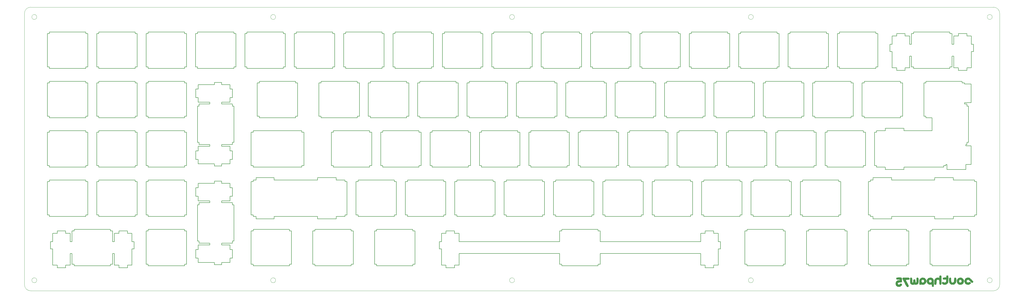
<source format=gbr>
%TF.GenerationSoftware,KiCad,Pcbnew,5.1.10-88a1d61d58~88~ubuntu21.04.1*%
%TF.CreationDate,2021-06-04T00:34:01+02:00*%
%TF.ProjectId,southpaw75-ansi-iso-plate,736f7574-6870-4617-9737-352d616e7369,rev?*%
%TF.SameCoordinates,Original*%
%TF.FileFunction,Copper,L2,Bot*%
%TF.FilePolarity,Positive*%
%FSLAX46Y46*%
G04 Gerber Fmt 4.6, Leading zero omitted, Abs format (unit mm)*
G04 Created by KiCad (PCBNEW 5.1.10-88a1d61d58~88~ubuntu21.04.1) date 2021-06-04 00:34:01*
%MOMM*%
%LPD*%
G01*
G04 APERTURE LIST*
%TA.AperFunction,Profile*%
%ADD10C,0.196850*%
%TD*%
%TA.AperFunction,Profile*%
%ADD11C,0.200000*%
%TD*%
%TA.AperFunction,Profile*%
%ADD12C,0.050000*%
%TD*%
%TA.AperFunction,EtchedComponent*%
%ADD13C,0.010000*%
%TD*%
G04 APERTURE END LIST*
D10*
X109716639Y-135756997D02*
X109716639Y-136356400D01*
X108916000Y-136356400D02*
X108916000Y-149156885D01*
X108916000Y-136356400D02*
X109716639Y-136356400D01*
X109716639Y-149756266D02*
X109716639Y-149156885D01*
X109716639Y-149156885D02*
X108916000Y-149156885D01*
X128478591Y-135756997D02*
X109716639Y-135756997D01*
X128478591Y-135756997D02*
X128478591Y-136356400D01*
X129277873Y-136356400D02*
X128478591Y-136356400D01*
X129277873Y-149156885D02*
X129277873Y-136356400D01*
X128478591Y-149156885D02*
X129277873Y-149156885D01*
X128478591Y-149756266D02*
X128478591Y-149156885D01*
X128478591Y-149756266D02*
X109716639Y-149756266D01*
X145142157Y-168806474D02*
X145142157Y-168207093D01*
X141736364Y-154807205D02*
X145142157Y-154807205D01*
X134536366Y-153806816D02*
X134536366Y-154807205D01*
X141736364Y-153806816D02*
X134536366Y-153806816D01*
X141736364Y-154807205D02*
X141736364Y-153806816D01*
X134536366Y-169806777D02*
X134536366Y-168806474D01*
X141736364Y-169806777D02*
X134536366Y-169806777D01*
X117836299Y-168806474D02*
X134536366Y-168806474D01*
X109711639Y-155406500D02*
X109711639Y-154807205D01*
X109711639Y-168207093D02*
X108911000Y-168207093D01*
X145942947Y-155406500D02*
X145142157Y-155406500D01*
X117836299Y-154807205D02*
X134536366Y-154807205D01*
X109711639Y-168806474D02*
X110836310Y-168806474D01*
X145942947Y-168207093D02*
X145142157Y-168207093D01*
X145142157Y-154807205D02*
X145142157Y-155406500D01*
X145942947Y-155406500D02*
X145942947Y-168207093D01*
X141736364Y-168806474D02*
X141736364Y-169806777D01*
X110836310Y-154807205D02*
X109711639Y-154807205D01*
X117836299Y-169806777D02*
X110836310Y-169806777D01*
X117836299Y-168806474D02*
X117836299Y-169806777D01*
X110836310Y-153806816D02*
X110836310Y-154807205D01*
X117836299Y-153806816D02*
X110836310Y-153806816D01*
X117836299Y-154807205D02*
X117836299Y-153806816D01*
X110836310Y-169806777D02*
X110836310Y-168806474D01*
X109711639Y-168207093D02*
X109711639Y-168806474D01*
X109711639Y-155406500D02*
X108911000Y-155406500D01*
X108911000Y-155406500D02*
X108911000Y-168207093D01*
X141736364Y-168806474D02*
X145142157Y-168806474D01*
X356060480Y-168806474D02*
X372660446Y-168806474D01*
X388028900Y-168806474D02*
X379860423Y-168806474D01*
X347832005Y-154807205D02*
X348860482Y-154807205D01*
X347031000Y-155406500D02*
X347031000Y-168207093D01*
X356060480Y-153806816D02*
X356060480Y-154807205D01*
X348860482Y-153806816D02*
X356060480Y-153806816D01*
X348860482Y-154807205D02*
X348860482Y-153806816D01*
X356060480Y-169806777D02*
X356060480Y-168806474D01*
X348860482Y-169806777D02*
X356060480Y-169806777D01*
X379860423Y-153806816D02*
X372660446Y-153806816D01*
X379860423Y-154807205D02*
X379860423Y-153806816D01*
X347832005Y-155406500D02*
X347031000Y-155406500D01*
X388829905Y-168207028D02*
X388829905Y-155406457D01*
X388028900Y-168207028D02*
X388829905Y-168207028D01*
X388028900Y-154807162D02*
X388028900Y-154807205D01*
X388028900Y-168207028D02*
X388028900Y-168806431D01*
X379860423Y-154807205D02*
X388028900Y-154807162D01*
X347832005Y-155406500D02*
X347832005Y-154807205D01*
X347832005Y-168207093D02*
X347832005Y-168806474D01*
X388028900Y-155406457D02*
X388028900Y-154807162D01*
X348860482Y-168806474D02*
X348860482Y-169806777D01*
X372660446Y-169806777D02*
X372660446Y-168806474D01*
X379860423Y-169806777D02*
X372660446Y-169806777D01*
X379860423Y-168806474D02*
X379860423Y-169806777D01*
X372660446Y-153806816D02*
X372660446Y-154807205D01*
X347031000Y-168207093D02*
X347832005Y-168207093D01*
X372660446Y-154807205D02*
X356060480Y-154807205D01*
X348860482Y-168806474D02*
X347832005Y-168806474D01*
X388028900Y-155406457D02*
X388829905Y-155406457D01*
X385647932Y-126232017D02*
X385046936Y-126232017D01*
X385047841Y-141031643D02*
X384622437Y-141031643D01*
X353605680Y-134756651D02*
X360805657Y-134756651D01*
X353605680Y-135756997D02*
X353605680Y-134756651D01*
X371647953Y-135756997D02*
X371647953Y-130706304D01*
X360805657Y-134756651D02*
X360805657Y-135756997D01*
X360805657Y-149756266D02*
X376122413Y-149756266D01*
X376921415Y-149156282D02*
X376122413Y-149156282D01*
X371647953Y-135756997D02*
X360805657Y-135756997D01*
X386689921Y-117731670D02*
X384176944Y-117731670D01*
X385046936Y-125432627D02*
X384176944Y-125432627D01*
X384622437Y-141531569D02*
X385047841Y-141531569D01*
X369266966Y-130706304D02*
X371647953Y-130706304D01*
X383266945Y-117306438D02*
X384176944Y-117306438D01*
X384176944Y-124931668D02*
X384176944Y-125432627D01*
X353605680Y-149756266D02*
X350217004Y-149756266D01*
X384176944Y-124931668D02*
X386689921Y-124931668D01*
X385047841Y-141031643D02*
X385047841Y-140231285D01*
X377422460Y-150756978D02*
X384622437Y-150756978D01*
X384176944Y-117731670D02*
X384176944Y-117306438D01*
X369266966Y-117306438D02*
X369266966Y-116707036D01*
X350217004Y-135756997D02*
X353605680Y-135756997D01*
X350217004Y-149156885D02*
X350217004Y-149756266D01*
X376921415Y-148731567D02*
X376921415Y-149156282D01*
X377422460Y-148731567D02*
X376921415Y-148731567D01*
X384622437Y-141531569D02*
X384622437Y-141031643D01*
X386689921Y-124931668D02*
X386689921Y-117731670D01*
X385046936Y-125432627D02*
X385046936Y-126232017D01*
X385647932Y-140231285D02*
X385047841Y-140231285D01*
X386689921Y-148731567D02*
X386689921Y-141531569D01*
X368465962Y-117306438D02*
X368465962Y-130106923D01*
X350217004Y-136356400D02*
X349416000Y-136356400D01*
X368465962Y-117306438D02*
X369266966Y-117306438D01*
X353605680Y-149756266D02*
X353605680Y-150756612D01*
X376122413Y-149156282D02*
X376122413Y-149756266D01*
X369266966Y-116707036D02*
X383266945Y-116707036D01*
X350217004Y-136356400D02*
X350217004Y-135756997D01*
X383266945Y-116707036D02*
X383266945Y-117306438D01*
X377422460Y-148731567D02*
X377422460Y-149756266D01*
X377422460Y-149756266D02*
X377422460Y-150756978D01*
X386689921Y-141531569D02*
X385047841Y-141531569D01*
X349416000Y-136356400D02*
X349416000Y-149156885D01*
X385647932Y-126232017D02*
X385647932Y-140231285D01*
X384622437Y-150756978D02*
X384622437Y-148731567D01*
X349416000Y-149156885D02*
X350217004Y-149156885D01*
X353605680Y-150756612D02*
X360805657Y-150756612D01*
X360805657Y-150756612D02*
X360805657Y-149756266D01*
X384622437Y-148731567D02*
X386689921Y-148731567D01*
X369266966Y-130106923D02*
X368465962Y-130106923D01*
X369266966Y-130706304D02*
X369266966Y-130106923D01*
D11*
X147522000Y-187855860D02*
X147522000Y-187256420D01*
X133521000Y-187855860D02*
X147522000Y-187855860D01*
X133521000Y-187256420D02*
X133521000Y-187855860D01*
X132722000Y-187256420D02*
X133521000Y-187256420D01*
X132722000Y-174455800D02*
X132722000Y-187256420D01*
X133521000Y-174455800D02*
X132722000Y-174455800D01*
X133521000Y-173856400D02*
X133521000Y-174455800D01*
X171334000Y-173856400D02*
X157335000Y-173856400D01*
X171334000Y-174455800D02*
X171334000Y-173856400D01*
X172135000Y-174455800D02*
X171334000Y-174455800D01*
X172135000Y-187256420D02*
X172135000Y-174455800D01*
X171334000Y-187256420D02*
X172135000Y-187256420D01*
X171334000Y-187855860D02*
X171334000Y-187256420D01*
X157335000Y-187855860D02*
X171334000Y-187855860D01*
X157335000Y-187256420D02*
X157335000Y-187855860D01*
X156534000Y-187256420D02*
X157335000Y-187256420D01*
X156534000Y-174455800D02*
X156534000Y-187256420D01*
X157335000Y-174455800D02*
X156534000Y-174455800D01*
X157335000Y-173856400D02*
X157335000Y-174455800D01*
X314209000Y-173856400D02*
X300210000Y-173856400D01*
X314209000Y-174455800D02*
X314209000Y-173856400D01*
X315010000Y-174455800D02*
X314209000Y-174455800D01*
X315010000Y-187256420D02*
X315010000Y-174455800D01*
X314209000Y-187256420D02*
X315010000Y-187256420D01*
X314209000Y-187855860D02*
X314209000Y-187256420D01*
X300210000Y-187855860D02*
X314209000Y-187855860D01*
X300210000Y-187256420D02*
X300210000Y-187855860D01*
X299409000Y-187256420D02*
X300210000Y-187256420D01*
X299409000Y-174455800D02*
X299409000Y-187256420D01*
X300210000Y-174455800D02*
X299409000Y-174455800D01*
X300210000Y-173856400D02*
X300210000Y-174455800D01*
X338022000Y-173856400D02*
X324021000Y-173856400D01*
X338022000Y-174455800D02*
X338022000Y-173856400D01*
X338821000Y-174455800D02*
X338022000Y-174455800D01*
X338821000Y-187256420D02*
X338821000Y-174455800D01*
X338022000Y-187256420D02*
X338821000Y-187256420D01*
X338022000Y-187855860D02*
X338022000Y-187256420D01*
X324021000Y-187855860D02*
X338022000Y-187855860D01*
X324021000Y-187256420D02*
X324021000Y-187855860D01*
X323222000Y-187256420D02*
X324021000Y-187256420D01*
X323222000Y-174455800D02*
X323222000Y-187256420D01*
X324021000Y-174455800D02*
X323222000Y-174455800D01*
X324021000Y-173856400D02*
X324021000Y-174455800D01*
X361834000Y-173856400D02*
X347835000Y-173856400D01*
X361834000Y-174455800D02*
X361834000Y-173856400D01*
X362635000Y-174455800D02*
X361834000Y-174455800D01*
X362635000Y-187256420D02*
X362635000Y-174455800D01*
X361834000Y-187256420D02*
X362635000Y-187256420D01*
X361834000Y-187855860D02*
X361834000Y-187256420D01*
X347835000Y-187855860D02*
X361834000Y-187855860D01*
X347835000Y-187256420D02*
X347835000Y-187855860D01*
X347034000Y-187256420D02*
X347835000Y-187256420D01*
X347034000Y-174455800D02*
X347034000Y-187256420D01*
X347835000Y-174455800D02*
X347034000Y-174455800D01*
X347835000Y-173856400D02*
X347835000Y-174455800D01*
X385647000Y-173856400D02*
X371646000Y-173856400D01*
X385647000Y-174455800D02*
X385647000Y-173856400D01*
X386448000Y-174455800D02*
X385647000Y-174455800D01*
X386448000Y-187256420D02*
X386448000Y-174455800D01*
X385647000Y-187256420D02*
X386448000Y-187256420D01*
X385647000Y-187855860D02*
X385647000Y-187256420D01*
X371646000Y-187855860D02*
X385647000Y-187855860D01*
X371646000Y-187256420D02*
X371646000Y-187855860D01*
X370847000Y-187256420D02*
X371646000Y-187256420D01*
X370847000Y-174455800D02*
X370847000Y-187256420D01*
X371646000Y-174455800D02*
X370847000Y-174455800D01*
X371646000Y-173856400D02*
X371646000Y-174455800D01*
X54653100Y-173856400D02*
X40653700Y-173856400D01*
X54653100Y-174455800D02*
X54653100Y-173856400D01*
X55453800Y-174455800D02*
X54653100Y-174455800D01*
X55453800Y-178556900D02*
X55453800Y-174455800D01*
X56178600Y-178556900D02*
X55453800Y-178556900D01*
X56178600Y-175326700D02*
X56178600Y-178556900D01*
X57903900Y-175326700D02*
X56178600Y-175326700D01*
X57903900Y-174404800D02*
X57903900Y-175326700D01*
X61203000Y-174404800D02*
X57903900Y-174404800D01*
X61203000Y-175326700D02*
X61203000Y-174404800D01*
X62928300Y-175326700D02*
X61203000Y-175326700D01*
X62928300Y-178556900D02*
X62928300Y-175326700D01*
X63753700Y-178556900D02*
X62928300Y-178556900D01*
X63753700Y-181355660D02*
X63753700Y-178556900D01*
X62928300Y-181355660D02*
X63753700Y-181355660D01*
X62928300Y-187625730D02*
X62928300Y-181355660D01*
X61203000Y-187625730D02*
X62928300Y-187625730D01*
X61203000Y-188606890D02*
X61203000Y-187625730D01*
X100809000Y-119681400D02*
X100809000Y-117956300D01*
X101728400Y-119681400D02*
X100809000Y-119681400D01*
X101728400Y-122980600D02*
X101728400Y-119681400D01*
X100809000Y-122980600D02*
X101728400Y-122980600D01*
X100809000Y-124706001D02*
X100809000Y-122980600D01*
X97579000Y-124706001D02*
X100809000Y-124706001D01*
X97579000Y-125430600D02*
X97579000Y-124706001D01*
X101678600Y-125430600D02*
X97579000Y-125430600D01*
X101678600Y-126231400D02*
X101678600Y-125430600D01*
X102278000Y-126231400D02*
X101678600Y-126231400D01*
X102278000Y-140230700D02*
X102278000Y-126231400D01*
X101678600Y-140230700D02*
X102278000Y-140230700D01*
X101678600Y-141031500D02*
X101678600Y-140230700D01*
X97579000Y-141031500D02*
X101678600Y-141031500D01*
X97579000Y-141756500D02*
X97579000Y-141031500D01*
X100809000Y-141756500D02*
X97579000Y-141756500D01*
X100809000Y-143481600D02*
X100809000Y-141756500D01*
X101728400Y-143481600D02*
X100809000Y-143481600D01*
X101728400Y-146780800D02*
X101728400Y-143481600D01*
X100809000Y-146780800D02*
X101728400Y-146780800D01*
X100809000Y-148505800D02*
X100809000Y-146780800D01*
X97579000Y-148505800D02*
X100809000Y-148505800D01*
X97579000Y-149331300D02*
X97579000Y-148505800D01*
X94778999Y-149331300D02*
X97579000Y-149331300D01*
X94778999Y-148505800D02*
X94778999Y-149331300D01*
X88508700Y-148505800D02*
X94778999Y-148505800D01*
X88508700Y-146780800D02*
X88508700Y-148505800D01*
X87529100Y-146780800D02*
X88508700Y-146780800D01*
X87529100Y-143481600D02*
X87529100Y-146780800D01*
X88508700Y-143481600D02*
X87529100Y-143481600D01*
X88508700Y-141756500D02*
X88508700Y-143481600D01*
X92979100Y-141756500D02*
X88508700Y-141756500D01*
X92979100Y-141031500D02*
X92979100Y-141756500D01*
X88878100Y-141031500D02*
X92979100Y-141031500D01*
X88878100Y-140230700D02*
X88878100Y-141031500D01*
X88278700Y-140230700D02*
X88878100Y-140230700D01*
X88278700Y-126231400D02*
X88278700Y-140230700D01*
X88878100Y-126231400D02*
X88278700Y-126231400D01*
X88878100Y-125430600D02*
X88878100Y-126231400D01*
X92979100Y-125430600D02*
X88878100Y-125430600D01*
X92979100Y-124706001D02*
X92979100Y-125430600D01*
X88508700Y-124706001D02*
X92979100Y-124706001D01*
X88508700Y-122980600D02*
X88508700Y-124706001D01*
X87529100Y-122980600D02*
X88508700Y-122980600D01*
X87529100Y-119681400D02*
X87529100Y-122980600D01*
X88508700Y-119681400D02*
X87529100Y-119681400D01*
X88508700Y-117956300D02*
X88508700Y-119681400D01*
X94778999Y-117956300D02*
X88508700Y-117956300D01*
X94778999Y-117130800D02*
X94778999Y-117956300D01*
X45128200Y-135756400D02*
X31128650Y-135756400D01*
X45128200Y-136355800D02*
X45128200Y-135756400D01*
X45928800Y-136355800D02*
X45128200Y-136355800D01*
X45928800Y-149156400D02*
X45928800Y-136355800D01*
X45128200Y-149156400D02*
X45928800Y-149156400D01*
X45128200Y-149755700D02*
X45128200Y-149156400D01*
X31128650Y-149755700D02*
X45128200Y-149755700D01*
X31128650Y-149156400D02*
X31128650Y-149755700D01*
X30328010Y-149156400D02*
X31128650Y-149156400D01*
X30328010Y-136355800D02*
X30328010Y-149156400D01*
X31128650Y-136355800D02*
X30328010Y-136355800D01*
X31128650Y-135756400D02*
X31128650Y-136355800D01*
X64178000Y-135756400D02*
X50178700Y-135756400D01*
X64178000Y-136355800D02*
X64178000Y-135756400D01*
X64978800Y-136355800D02*
X64178000Y-136355800D01*
X64978800Y-149156400D02*
X64978800Y-136355800D01*
X64178000Y-149156400D02*
X64978800Y-149156400D01*
X64178000Y-149755700D02*
X64178000Y-149156400D01*
X50178700Y-149755700D02*
X64178000Y-149755700D01*
X50178700Y-149156400D02*
X50178700Y-149755700D01*
X49378000Y-149156400D02*
X50178700Y-149156400D01*
X49378000Y-136355800D02*
X49378000Y-149156400D01*
X50178700Y-136355800D02*
X49378000Y-136355800D01*
X50178700Y-135756400D02*
X50178700Y-136355800D01*
X83228000Y-135756400D02*
X69228700Y-135756400D01*
X83228000Y-136355800D02*
X83228000Y-135756400D01*
X84028800Y-136355800D02*
X83228000Y-136355800D01*
X84028800Y-149156400D02*
X84028800Y-136355800D01*
X83228000Y-149156400D02*
X84028800Y-149156400D01*
X83228000Y-149755700D02*
X83228000Y-149156400D01*
X69228700Y-149755700D02*
X83228000Y-149755700D01*
X69228700Y-149156400D02*
X69228700Y-149755700D01*
X68427900Y-149156400D02*
X69228700Y-149156400D01*
X68427900Y-136355800D02*
X68427900Y-149156400D01*
X69228700Y-136355800D02*
X68427900Y-136355800D01*
X69228700Y-135756400D02*
X69228700Y-136355800D01*
X154666000Y-135756400D02*
X140666000Y-135756400D01*
X154666000Y-136355800D02*
X154666000Y-135756400D01*
X155465000Y-136355800D02*
X154666000Y-136355800D01*
X155465000Y-149156400D02*
X155465000Y-136355800D01*
X154666000Y-149156400D02*
X155465000Y-149156400D01*
X154666000Y-149755700D02*
X154666000Y-149156400D01*
X140666000Y-149755700D02*
X154666000Y-149755700D01*
X140666000Y-149156400D02*
X140666000Y-149755700D01*
X139865000Y-149156400D02*
X140666000Y-149156400D01*
X139865000Y-136355800D02*
X139865000Y-149156400D01*
X140666000Y-136355800D02*
X139865000Y-136355800D01*
X140666000Y-135756400D02*
X140666000Y-136355800D01*
X173716000Y-135756400D02*
X159716000Y-135756400D01*
X173716000Y-136355800D02*
X173716000Y-135756400D01*
X174515000Y-136355800D02*
X173716000Y-136355800D01*
X174515000Y-149156400D02*
X174515000Y-136355800D01*
X173716000Y-149156400D02*
X174515000Y-149156400D01*
X173716000Y-149755700D02*
X173716000Y-149156400D01*
X159716000Y-149755700D02*
X173716000Y-149755700D01*
X159716000Y-149156400D02*
X159716000Y-149755700D01*
X158915000Y-149156400D02*
X159716000Y-149156400D01*
X158915000Y-136355800D02*
X158915000Y-149156400D01*
X159716000Y-136355800D02*
X158915000Y-136355800D01*
X159716000Y-135756400D02*
X159716000Y-136355800D01*
X192766000Y-135756400D02*
X178766000Y-135756400D01*
X192766000Y-136355800D02*
X192766000Y-135756400D01*
X193565000Y-136355800D02*
X192766000Y-136355800D01*
X193565000Y-149156400D02*
X193565000Y-136355800D01*
X192766000Y-149156400D02*
X193565000Y-149156400D01*
X192766000Y-149755700D02*
X192766000Y-149156400D01*
X178766000Y-149755700D02*
X192766000Y-149755700D01*
X178766000Y-149156400D02*
X178766000Y-149755700D01*
X177965000Y-149156400D02*
X178766000Y-149156400D01*
X177965000Y-136355800D02*
X177965000Y-149156400D01*
X178766000Y-136355800D02*
X177965000Y-136355800D01*
X178766000Y-135756400D02*
X178766000Y-136355800D01*
X211816000Y-135756400D02*
X197816000Y-135756400D01*
X211816000Y-136355800D02*
X211816000Y-135756400D01*
X212615000Y-136355800D02*
X211816000Y-136355800D01*
X212615000Y-149156400D02*
X212615000Y-136355800D01*
X211816000Y-149156400D02*
X212615000Y-149156400D01*
X211816000Y-149755700D02*
X211816000Y-149156400D01*
X197816000Y-149755700D02*
X211816000Y-149755700D01*
X197816000Y-149156400D02*
X197816000Y-149755700D01*
X197015000Y-149156400D02*
X197816000Y-149156400D01*
X197015000Y-136355800D02*
X197015000Y-149156400D01*
X197816000Y-136355800D02*
X197015000Y-136355800D01*
X197816000Y-135756400D02*
X197816000Y-136355800D01*
X230866000Y-135756400D02*
X216866000Y-135756400D01*
X230866000Y-136355800D02*
X230866000Y-135756400D01*
X231665000Y-136355800D02*
X230866000Y-136355800D01*
X231665000Y-149156400D02*
X231665000Y-136355800D01*
X230866000Y-149156400D02*
X231665000Y-149156400D01*
X230866000Y-149755700D02*
X230866000Y-149156400D01*
X216866000Y-149755700D02*
X230866000Y-149755700D01*
X216866000Y-149156400D02*
X216866000Y-149755700D01*
X216065000Y-149156400D02*
X216866000Y-149156400D01*
X216065000Y-136355800D02*
X216065000Y-149156400D01*
X216866000Y-136355800D02*
X216065000Y-136355800D01*
X216866000Y-135756400D02*
X216866000Y-136355800D01*
X249916000Y-135756400D02*
X235916000Y-135756400D01*
X249916000Y-136355800D02*
X249916000Y-135756400D01*
X250715000Y-136355800D02*
X249916000Y-136355800D01*
X250715000Y-149156400D02*
X250715000Y-136355800D01*
X249916000Y-149156400D02*
X250715000Y-149156400D01*
X249916000Y-149755700D02*
X249916000Y-149156400D01*
X235916000Y-149755700D02*
X249916000Y-149755700D01*
X235916000Y-149156400D02*
X235916000Y-149755700D01*
X235115000Y-149156400D02*
X235916000Y-149156400D01*
X235115000Y-136355800D02*
X235115000Y-149156400D01*
X235916000Y-136355800D02*
X235115000Y-136355800D01*
X235916000Y-135756400D02*
X235916000Y-136355800D01*
X268966000Y-135756400D02*
X254966000Y-135756400D01*
X268966000Y-136355800D02*
X268966000Y-135756400D01*
X269765000Y-136355800D02*
X268966000Y-136355800D01*
X269765000Y-149156400D02*
X269765000Y-136355800D01*
X268966000Y-149156400D02*
X269765000Y-149156400D01*
X268966000Y-149755700D02*
X268966000Y-149156400D01*
X254966000Y-149755700D02*
X268966000Y-149755700D01*
X254966000Y-149156400D02*
X254966000Y-149755700D01*
X254165000Y-149156400D02*
X254966000Y-149156400D01*
X254165000Y-136355800D02*
X254165000Y-149156400D01*
X254966000Y-136355800D02*
X254165000Y-136355800D01*
X254966000Y-135756400D02*
X254966000Y-136355800D01*
X288016000Y-135756400D02*
X274016000Y-135756400D01*
X288016000Y-136355800D02*
X288016000Y-135756400D01*
X288814999Y-136355800D02*
X288016000Y-136355800D01*
X288814999Y-149156400D02*
X288814999Y-136355800D01*
X288016000Y-149156400D02*
X288814999Y-149156400D01*
X288016000Y-149755700D02*
X288016000Y-149156400D01*
X274016000Y-149755700D02*
X288016000Y-149755700D01*
X274016000Y-149156400D02*
X274016000Y-149755700D01*
X273215000Y-149156400D02*
X274016000Y-149156400D01*
X273215000Y-136355800D02*
X273215000Y-149156400D01*
X274016000Y-136355800D02*
X273215000Y-136355800D01*
X274016000Y-135756400D02*
X274016000Y-136355800D01*
X307066000Y-135756400D02*
X293066000Y-135756400D01*
X307066000Y-136355800D02*
X307066000Y-135756400D01*
X307865000Y-136355800D02*
X307066000Y-136355800D01*
X307865000Y-149156400D02*
X307865000Y-136355800D01*
X307066000Y-149156400D02*
X307865000Y-149156400D01*
X307066000Y-149755700D02*
X307066000Y-149156400D01*
X293066000Y-149755700D02*
X307066000Y-149755700D01*
X293066000Y-149156400D02*
X293066000Y-149755700D01*
X292264999Y-149156400D02*
X293066000Y-149156400D01*
X292264999Y-136355800D02*
X292264999Y-149156400D01*
X293066000Y-136355800D02*
X292264999Y-136355800D01*
X293066000Y-135756400D02*
X293066000Y-136355800D01*
X326116000Y-135756400D02*
X312116000Y-135756400D01*
X326116000Y-136355800D02*
X326116000Y-135756400D01*
X326915000Y-136355800D02*
X326116000Y-136355800D01*
X326915000Y-149156400D02*
X326915000Y-136355800D01*
X326116000Y-149156400D02*
X326915000Y-149156400D01*
X326116000Y-149755700D02*
X326116000Y-149156400D01*
X312116000Y-149755700D02*
X326116000Y-149755700D01*
X312116000Y-149156400D02*
X312116000Y-149755700D01*
X311315000Y-149156400D02*
X312116000Y-149156400D01*
X311315000Y-136355800D02*
X311315000Y-149156400D01*
X312116000Y-136355800D02*
X311315000Y-136355800D01*
X312116000Y-135756400D02*
X312116000Y-136355800D01*
X345166000Y-135756400D02*
X331166000Y-135756400D01*
X345166000Y-136355800D02*
X345166000Y-135756400D01*
X345965000Y-136355800D02*
X345166000Y-136355800D01*
X345965000Y-149156400D02*
X345965000Y-136355800D01*
X345166000Y-149156400D02*
X345965000Y-149156400D01*
X345166000Y-149755700D02*
X345166000Y-149156400D01*
X331166000Y-149755700D02*
X345166000Y-149755700D01*
X331166000Y-149156400D02*
X331166000Y-149755700D01*
X330365000Y-149156400D02*
X331166000Y-149156400D01*
X330365000Y-136355800D02*
X330365000Y-149156400D01*
X331166000Y-136355800D02*
X330365000Y-136355800D01*
X331166000Y-135756400D02*
X331166000Y-136355800D01*
X311828000Y-111056400D02*
X312629000Y-111056400D01*
X311828000Y-111655700D02*
X311828000Y-111056400D01*
X297829000Y-111655700D02*
X311828000Y-111655700D01*
X297829000Y-111056400D02*
X297829000Y-111655700D01*
X297028000Y-111056400D02*
X297829000Y-111056400D01*
X297028000Y-98255800D02*
X297028000Y-111056400D01*
X297829000Y-98255800D02*
X297028000Y-98255800D01*
X297829000Y-97656400D02*
X297829000Y-98255800D01*
X330878000Y-97656400D02*
X316879000Y-97656400D01*
X330878000Y-98255800D02*
X330878000Y-97656400D01*
X331679000Y-98255800D02*
X330878000Y-98255800D01*
X331679000Y-111056400D02*
X331679000Y-98255800D01*
X330878000Y-111056400D02*
X331679000Y-111056400D01*
X330878000Y-111655700D02*
X330878000Y-111056400D01*
X316879000Y-111655700D02*
X330878000Y-111655700D01*
X316879000Y-111056400D02*
X316879000Y-111655700D01*
X316078000Y-111056400D02*
X316879000Y-111056400D01*
X316078000Y-98255800D02*
X316078000Y-111056400D01*
X316879000Y-98255800D02*
X316078000Y-98255800D01*
X316879000Y-97656400D02*
X316879000Y-98255800D01*
X349928000Y-97656400D02*
X335929000Y-97656400D01*
X349928000Y-98255800D02*
X349928000Y-97656400D01*
X350729000Y-98255800D02*
X349928000Y-98255800D01*
X350729000Y-111056400D02*
X350729000Y-98255800D01*
X349928000Y-111056400D02*
X350729000Y-111056400D01*
X349928000Y-111655700D02*
X349928000Y-111056400D01*
X335929000Y-111655700D02*
X349928000Y-111655700D01*
X335929000Y-111056400D02*
X335929000Y-111655700D01*
X335128000Y-111056400D02*
X335929000Y-111056400D01*
X335128000Y-98255800D02*
X335128000Y-111056400D01*
X335929000Y-98255800D02*
X335128000Y-98255800D01*
X335929000Y-97656400D02*
X335929000Y-98255800D01*
X378503000Y-97656400D02*
X364504000Y-97656400D01*
X378503000Y-98255800D02*
X378503000Y-97656400D01*
X379304000Y-98255800D02*
X378503000Y-98255800D01*
X379304000Y-102356900D02*
X379304000Y-98255800D01*
X380029000Y-102356900D02*
X379304000Y-102356900D01*
X380029000Y-99126800D02*
X380029000Y-102356900D01*
X381752000Y-99126800D02*
X380029000Y-99126800D01*
X381752000Y-98204700D02*
X381752000Y-99126800D01*
X385054000Y-98204700D02*
X381752000Y-98204700D01*
X385054000Y-99126800D02*
X385054000Y-98204700D01*
X386780000Y-99126800D02*
X385054000Y-99126800D01*
X386780000Y-102356900D02*
X386780000Y-99126800D01*
X387605000Y-102356900D02*
X386780000Y-102356900D01*
X387605000Y-105155800D02*
X387605000Y-102356900D01*
X386780000Y-105155800D02*
X387605000Y-105155800D01*
X386780000Y-111425700D02*
X386780000Y-105155800D01*
X385054000Y-111425700D02*
X386780000Y-111425700D01*
X385054000Y-112406800D02*
X385054000Y-111425700D01*
X381752000Y-112406800D02*
X385054000Y-112406800D01*
X381752000Y-111425700D02*
X381752000Y-112406800D01*
X380029000Y-111425700D02*
X381752000Y-111425700D01*
X380029000Y-106956700D02*
X380029000Y-111425700D01*
X379304000Y-106956700D02*
X380029000Y-106956700D01*
X379304000Y-111056400D02*
X379304000Y-106956700D01*
X378503000Y-111056400D02*
X379304000Y-111056400D01*
X378503000Y-111655700D02*
X378503000Y-111056400D01*
X364504000Y-111655700D02*
X378503000Y-111655700D01*
X364504000Y-111056400D02*
X364504000Y-111655700D01*
X363703000Y-111056400D02*
X364504000Y-111056400D01*
X363703000Y-106956700D02*
X363703000Y-111056400D01*
X362978000Y-106956700D02*
X363703000Y-106956700D01*
X362978000Y-111425700D02*
X362978000Y-106956700D01*
X361253000Y-111425700D02*
X362978000Y-111425700D01*
X361253000Y-112406800D02*
X361253000Y-111425700D01*
X357954000Y-112406800D02*
X361253000Y-112406800D01*
X357954000Y-111425700D02*
X357954000Y-112406800D01*
X356229000Y-111425700D02*
X357954000Y-111425700D01*
X356229000Y-105155800D02*
X356229000Y-111425700D01*
X355403000Y-105155800D02*
X356229000Y-105155800D01*
X355403000Y-102356900D02*
X355403000Y-105155800D01*
X356229000Y-102356900D02*
X355403000Y-102356900D01*
X356229000Y-99126800D02*
X356229000Y-102356900D01*
X357954000Y-99126800D02*
X356229000Y-99126800D01*
X357954000Y-98204700D02*
X357954000Y-99126800D01*
X361253000Y-98204700D02*
X357954000Y-98204700D01*
X361253000Y-99126800D02*
X361253000Y-98204700D01*
X362978000Y-99126800D02*
X361253000Y-99126800D01*
X362978000Y-102356900D02*
X362978000Y-99126800D01*
X363703000Y-102356900D02*
X362978000Y-102356900D01*
X363703000Y-98255800D02*
X363703000Y-102356900D01*
X364504000Y-98255800D02*
X363703000Y-98255800D01*
X364504000Y-97656400D02*
X364504000Y-98255800D01*
X45128200Y-116706400D02*
X31128650Y-116706400D01*
X45128200Y-117305800D02*
X45128200Y-116706400D01*
X45928800Y-117305800D02*
X45128200Y-117305800D01*
X45928800Y-130106400D02*
X45928800Y-117305800D01*
X45128200Y-130106400D02*
X45928800Y-130106400D01*
X45128200Y-130705700D02*
X45128200Y-130106400D01*
X31128650Y-130705700D02*
X45128200Y-130705700D01*
X31128650Y-130106400D02*
X31128650Y-130705700D01*
X30328010Y-130106400D02*
X31128650Y-130106400D01*
X30328010Y-117305800D02*
X30328010Y-130106400D01*
X31128650Y-117305800D02*
X30328010Y-117305800D01*
X31128650Y-116706400D02*
X31128650Y-117305800D01*
X64178000Y-116706400D02*
X50178700Y-116706400D01*
X64178000Y-117305800D02*
X64178000Y-116706400D01*
X64978800Y-117305800D02*
X64178000Y-117305800D01*
X64978800Y-130106400D02*
X64978800Y-117305800D01*
X64178000Y-130106400D02*
X64978800Y-130106400D01*
X64178000Y-130705700D02*
X64178000Y-130106400D01*
X50178700Y-130705700D02*
X64178000Y-130705700D01*
X50178700Y-130106400D02*
X50178700Y-130705700D01*
X49378000Y-130106400D02*
X50178700Y-130106400D01*
X49378000Y-117305800D02*
X49378000Y-130106400D01*
X50178700Y-117305800D02*
X49378000Y-117305800D01*
X50178700Y-116706400D02*
X50178700Y-117305800D01*
X83228000Y-116706400D02*
X69228700Y-116706400D01*
X83228000Y-117305800D02*
X83228000Y-116706400D01*
X84028800Y-117305800D02*
X83228000Y-117305800D01*
X84028800Y-130106400D02*
X84028800Y-117305800D01*
X83228000Y-130106400D02*
X84028800Y-130106400D01*
X83228000Y-130705700D02*
X83228000Y-130106400D01*
X69228700Y-130705700D02*
X83228000Y-130705700D01*
X69228700Y-130106400D02*
X69228700Y-130705700D01*
X68427900Y-130106400D02*
X69228700Y-130106400D01*
X68427900Y-117305800D02*
X68427900Y-130106400D01*
X69228700Y-117305800D02*
X68427900Y-117305800D01*
X69228700Y-116706400D02*
X69228700Y-117305800D01*
X126090500Y-116706400D02*
X112091200Y-116706400D01*
X126090500Y-117305800D02*
X126090500Y-116706400D01*
X126889900Y-117305800D02*
X126090500Y-117305800D01*
X126889900Y-130106400D02*
X126889900Y-117305800D01*
X126090500Y-130106400D02*
X126889900Y-130106400D01*
X126090500Y-130705700D02*
X126090500Y-130106400D01*
X112091200Y-130705700D02*
X126090500Y-130705700D01*
X112091200Y-130106400D02*
X112091200Y-130705700D01*
X111290400Y-130106400D02*
X112091200Y-130106400D01*
X111290400Y-117305800D02*
X111290400Y-130106400D01*
X112091200Y-117305800D02*
X111290400Y-117305800D01*
X112091200Y-116706400D02*
X112091200Y-117305800D01*
X149903000Y-116706400D02*
X135904000Y-116706400D01*
X149903000Y-117305800D02*
X149903000Y-116706400D01*
X150704000Y-117305800D02*
X149903000Y-117305800D01*
X150704000Y-130106400D02*
X150704000Y-117305800D01*
X149903000Y-130106400D02*
X150704000Y-130106400D01*
X149903000Y-130705700D02*
X149903000Y-130106400D01*
X135904000Y-130705700D02*
X149903000Y-130705700D01*
X135904000Y-130106400D02*
X135904000Y-130705700D01*
X135103000Y-130106400D02*
X135904000Y-130106400D01*
X135103000Y-117305800D02*
X135103000Y-130106400D01*
X135904000Y-117305800D02*
X135103000Y-117305800D01*
X135904000Y-116706400D02*
X135904000Y-117305800D01*
X168953000Y-116706400D02*
X154954000Y-116706400D01*
X168953000Y-117305800D02*
X168953000Y-116706400D01*
X169754000Y-117305800D02*
X168953000Y-117305800D01*
X45128200Y-154806500D02*
X31128650Y-154806500D01*
X45128200Y-155405800D02*
X45128200Y-154806500D01*
X45928800Y-155405800D02*
X45128200Y-155405800D01*
X45928800Y-168206400D02*
X45928800Y-155405800D01*
X45128200Y-168206400D02*
X45928800Y-168206400D01*
X45128200Y-168805900D02*
X45128200Y-168206400D01*
X31128650Y-168805900D02*
X45128200Y-168805900D01*
X31128650Y-168206400D02*
X31128650Y-168805900D01*
X30328010Y-168206400D02*
X31128650Y-168206400D01*
X30328010Y-155405800D02*
X30328010Y-168206400D01*
X31128650Y-155405800D02*
X30328010Y-155405800D01*
X31128650Y-154806500D02*
X31128650Y-155405800D01*
X64178000Y-154806500D02*
X50178700Y-154806500D01*
X64178000Y-155405800D02*
X64178000Y-154806500D01*
X64978800Y-155405800D02*
X64178000Y-155405800D01*
X64978800Y-168206400D02*
X64978800Y-155405800D01*
X64178000Y-168206400D02*
X64978800Y-168206400D01*
X64178000Y-168805900D02*
X64178000Y-168206400D01*
X50178700Y-168805900D02*
X64178000Y-168805900D01*
X50178700Y-168206400D02*
X50178700Y-168805900D01*
X49378000Y-168206400D02*
X50178700Y-168206400D01*
X49378000Y-155405800D02*
X49378000Y-168206400D01*
X50178700Y-155405800D02*
X49378000Y-155405800D01*
X50178700Y-154806500D02*
X50178700Y-155405800D01*
X83228000Y-154806500D02*
X69228700Y-154806500D01*
X83228000Y-155405800D02*
X83228000Y-154806500D01*
X84028800Y-155405800D02*
X83228000Y-155405800D01*
X84028800Y-168206400D02*
X84028800Y-155405800D01*
X83228000Y-168206400D02*
X84028800Y-168206400D01*
X83228000Y-168805900D02*
X83228000Y-168206400D01*
X69228700Y-168805900D02*
X83228000Y-168805900D01*
X69228700Y-168206400D02*
X69228700Y-168805900D01*
X68427900Y-168206400D02*
X69228700Y-168206400D01*
X68427900Y-155405800D02*
X68427900Y-168206400D01*
X69228700Y-155405800D02*
X68427900Y-155405800D01*
X69228700Y-154806500D02*
X69228700Y-155405800D01*
X164191000Y-154806500D02*
X150191000Y-154806500D01*
X164191000Y-155405800D02*
X164191000Y-154806500D01*
X164990000Y-155405800D02*
X164191000Y-155405800D01*
X164990000Y-168206400D02*
X164990000Y-155405800D01*
X164191000Y-168206400D02*
X164990000Y-168206400D01*
X164191000Y-168805900D02*
X164191000Y-168206400D01*
X150191000Y-168805900D02*
X164191000Y-168805900D01*
X150191000Y-168206400D02*
X150191000Y-168805900D01*
X149390000Y-168206400D02*
X150191000Y-168206400D01*
X149390000Y-155405800D02*
X149390000Y-168206400D01*
X150191000Y-155405800D02*
X149390000Y-155405800D01*
X150191000Y-154806500D02*
X150191000Y-155405800D01*
X183241000Y-154806500D02*
X169241000Y-154806500D01*
X183241000Y-155405800D02*
X183241000Y-154806500D01*
X184040000Y-155405800D02*
X183241000Y-155405800D01*
X184040000Y-168206400D02*
X184040000Y-155405800D01*
X183241000Y-168206400D02*
X184040000Y-168206400D01*
X183241000Y-168805900D02*
X183241000Y-168206400D01*
X169241000Y-168805900D02*
X183241000Y-168805900D01*
X169241000Y-168206400D02*
X169241000Y-168805900D01*
X168440000Y-168206400D02*
X169241000Y-168206400D01*
X168440000Y-155405800D02*
X168440000Y-168206400D01*
X169241000Y-155405800D02*
X168440000Y-155405800D01*
X169241000Y-154806500D02*
X169241000Y-155405800D01*
X202291000Y-154806500D02*
X188291000Y-154806500D01*
X202291000Y-155405800D02*
X202291000Y-154806500D01*
X203090000Y-155405800D02*
X202291000Y-155405800D01*
X203090000Y-168206400D02*
X203090000Y-155405800D01*
X202291000Y-168206400D02*
X203090000Y-168206400D01*
X202291000Y-168805900D02*
X202291000Y-168206400D01*
X188291000Y-168805900D02*
X202291000Y-168805900D01*
X188291000Y-168206400D02*
X188291000Y-168805900D01*
X187490000Y-168206400D02*
X188291000Y-168206400D01*
X187490000Y-155405800D02*
X187490000Y-168206400D01*
X188291000Y-155405800D02*
X187490000Y-155405800D01*
X188291000Y-154806500D02*
X188291000Y-155405800D01*
X221341000Y-154806500D02*
X207341000Y-154806500D01*
X221341000Y-155405800D02*
X221341000Y-154806500D01*
X222140000Y-155405800D02*
X221341000Y-155405800D01*
X222140000Y-168206400D02*
X222140000Y-155405800D01*
X221341000Y-168206400D02*
X222140000Y-168206400D01*
X221341000Y-168805900D02*
X221341000Y-168206400D01*
X207341000Y-168805900D02*
X221341000Y-168805900D01*
X207341000Y-168206400D02*
X207341000Y-168805900D01*
X206540000Y-168206400D02*
X207341000Y-168206400D01*
X206540000Y-155405800D02*
X206540000Y-168206400D01*
X207341000Y-155405800D02*
X206540000Y-155405800D01*
X207341000Y-154806500D02*
X207341000Y-155405800D01*
X240391000Y-154806500D02*
X226391000Y-154806500D01*
X240391000Y-155405800D02*
X240391000Y-154806500D01*
X241190000Y-155405800D02*
X240391000Y-155405800D01*
X241190000Y-168206400D02*
X241190000Y-155405800D01*
X240391000Y-168206400D02*
X241190000Y-168206400D01*
X240391000Y-168805900D02*
X240391000Y-168206400D01*
X226391000Y-168805900D02*
X240391000Y-168805900D01*
X226391000Y-168206400D02*
X226391000Y-168805900D01*
X225590000Y-168206400D02*
X226391000Y-168206400D01*
X225590000Y-155405800D02*
X225590000Y-168206400D01*
X226391000Y-155405800D02*
X225590000Y-155405800D01*
X226391000Y-154806500D02*
X226391000Y-155405800D01*
X259441000Y-154806500D02*
X245441000Y-154806500D01*
X259441000Y-155405800D02*
X259441000Y-154806500D01*
X260240000Y-155405800D02*
X259441000Y-155405800D01*
X260240000Y-168206400D02*
X260240000Y-155405800D01*
X259441000Y-168206400D02*
X260240000Y-168206400D01*
X259441000Y-168805900D02*
X259441000Y-168206400D01*
X245441000Y-168805900D02*
X259441000Y-168805900D01*
X245441000Y-168206400D02*
X245441000Y-168805900D01*
X244640000Y-168206400D02*
X245441000Y-168206400D01*
X244640000Y-155405800D02*
X244640000Y-168206400D01*
X245441000Y-155405800D02*
X244640000Y-155405800D01*
X245441000Y-154806500D02*
X245441000Y-155405800D01*
X278491000Y-154806500D02*
X264491000Y-154806500D01*
X278491000Y-155405800D02*
X278491000Y-154806500D01*
X279290000Y-155405800D02*
X278491000Y-155405800D01*
X279290000Y-168206400D02*
X279290000Y-155405800D01*
X278491000Y-168206400D02*
X279290000Y-168206400D01*
X228771000Y-174455800D02*
X227972000Y-174455800D01*
X83228000Y-97656400D02*
X69228700Y-97656400D01*
X83228000Y-98255800D02*
X83228000Y-97656400D01*
X84028800Y-98255800D02*
X83228000Y-98255800D01*
X84028800Y-111056400D02*
X84028800Y-98255800D01*
X83228000Y-111056400D02*
X84028800Y-111056400D01*
X83228000Y-111655700D02*
X83228000Y-111056400D01*
X69228700Y-111655700D02*
X83228000Y-111655700D01*
X69228700Y-111056400D02*
X69228700Y-111655700D01*
X68427900Y-111056400D02*
X69228700Y-111056400D01*
X68427900Y-98255800D02*
X68427900Y-111056400D01*
X69228700Y-98255800D02*
X68427900Y-98255800D01*
X69228700Y-97656400D02*
X69228700Y-98255800D01*
X102278000Y-97656400D02*
X88278700Y-97656400D01*
X102278000Y-98255800D02*
X102278000Y-97656400D01*
X103078800Y-98255800D02*
X102278000Y-98255800D01*
X103078800Y-111056400D02*
X103078800Y-98255800D01*
X102278000Y-111056400D02*
X103078800Y-111056400D01*
X102278000Y-111655700D02*
X102278000Y-111056400D01*
X88278700Y-111655700D02*
X102278000Y-111655700D01*
X88278700Y-111056400D02*
X88278700Y-111655700D01*
X87477900Y-111056400D02*
X88278700Y-111056400D01*
X87477900Y-98255800D02*
X87477900Y-111056400D01*
X88278700Y-98255800D02*
X87477900Y-98255800D01*
X88278700Y-97656400D02*
X88278700Y-98255800D01*
X121328000Y-97656400D02*
X107328700Y-97656400D01*
X121328000Y-98255800D02*
X121328000Y-97656400D01*
X122127400Y-98255800D02*
X121328000Y-98255800D01*
X122127400Y-111056400D02*
X122127400Y-98255800D01*
X121328000Y-111056400D02*
X122127400Y-111056400D01*
X121328000Y-111655700D02*
X121328000Y-111056400D01*
X107328700Y-111655700D02*
X121328000Y-111655700D01*
X107328700Y-111056400D02*
X107328700Y-111655700D01*
X106527900Y-111056400D02*
X107328700Y-111056400D01*
X106527900Y-98255800D02*
X106527900Y-111056400D01*
X107328700Y-98255800D02*
X106527900Y-98255800D01*
X107328700Y-97656400D02*
X107328700Y-98255800D01*
X140378000Y-97656400D02*
X126377300Y-97656400D01*
X140378000Y-98255800D02*
X140378000Y-97656400D01*
X141177000Y-98255800D02*
X140378000Y-98255800D01*
X141177000Y-111056400D02*
X141177000Y-98255800D01*
X140378000Y-111056400D02*
X141177000Y-111056400D01*
X140378000Y-111655700D02*
X140378000Y-111056400D01*
X126377300Y-111655700D02*
X140378000Y-111655700D01*
X126377300Y-111056400D02*
X126377300Y-111655700D01*
X125577900Y-111056400D02*
X126377300Y-111056400D01*
X125577900Y-98255800D02*
X125577900Y-111056400D01*
X126377300Y-98255800D02*
X125577900Y-98255800D01*
X126377300Y-97656400D02*
X126377300Y-98255800D01*
X159428000Y-97656400D02*
X145427000Y-97656400D01*
X159428000Y-98255800D02*
X159428000Y-97656400D01*
X160229000Y-98255800D02*
X159428000Y-98255800D01*
X160229000Y-111056400D02*
X160229000Y-98255800D01*
X159428000Y-111056400D02*
X160229000Y-111056400D01*
X159428000Y-111655700D02*
X159428000Y-111056400D01*
X145427000Y-111655700D02*
X159428000Y-111655700D01*
X145427000Y-111056400D02*
X145427000Y-111655700D01*
X144628000Y-111056400D02*
X145427000Y-111056400D01*
X144628000Y-98255800D02*
X144628000Y-111056400D01*
X145427000Y-98255800D02*
X144628000Y-98255800D01*
X145427000Y-97656400D02*
X145427000Y-98255800D01*
X178478000Y-97656400D02*
X164479000Y-97656400D01*
X178478000Y-98255800D02*
X178478000Y-97656400D01*
X179279000Y-98255800D02*
X178478000Y-98255800D01*
X179279000Y-111056400D02*
X179279000Y-98255800D01*
X178478000Y-111056400D02*
X179279000Y-111056400D01*
X178478000Y-111655700D02*
X178478000Y-111056400D01*
X164479000Y-111655700D02*
X178478000Y-111655700D01*
X164479000Y-111056400D02*
X164479000Y-111655700D01*
X163678000Y-111056400D02*
X164479000Y-111056400D01*
X163678000Y-98255800D02*
X163678000Y-111056400D01*
X164479000Y-98255800D02*
X163678000Y-98255800D01*
X164479000Y-97656400D02*
X164479000Y-98255800D01*
X197528000Y-97656400D02*
X183529000Y-97656400D01*
X197528000Y-98255800D02*
X197528000Y-97656400D01*
X198329000Y-98255800D02*
X197528000Y-98255800D01*
X198329000Y-111056400D02*
X198329000Y-98255800D01*
X197528000Y-111056400D02*
X198329000Y-111056400D01*
X197528000Y-111655700D02*
X197528000Y-111056400D01*
X183529000Y-111655700D02*
X197528000Y-111655700D01*
X183529000Y-111056400D02*
X183529000Y-111655700D01*
X182728000Y-111056400D02*
X183529000Y-111056400D01*
X182728000Y-98255800D02*
X182728000Y-111056400D01*
X183529000Y-98255800D02*
X182728000Y-98255800D01*
X183529000Y-97656400D02*
X183529000Y-98255800D01*
X216578000Y-97656400D02*
X202579000Y-97656400D01*
X216578000Y-98255800D02*
X216578000Y-97656400D01*
X217379000Y-98255800D02*
X216578000Y-98255800D01*
X217379000Y-111056400D02*
X217379000Y-98255800D01*
X216578000Y-111056400D02*
X217379000Y-111056400D01*
X216578000Y-111655700D02*
X216578000Y-111056400D01*
X202579000Y-111655700D02*
X216578000Y-111655700D01*
X202579000Y-111056400D02*
X202579000Y-111655700D01*
X201778000Y-111056400D02*
X202579000Y-111056400D01*
X201778000Y-98255800D02*
X201778000Y-111056400D01*
X202579000Y-98255800D02*
X201778000Y-98255800D01*
X202579000Y-97656400D02*
X202579000Y-98255800D01*
X235628000Y-97656400D02*
X221629000Y-97656400D01*
X235628000Y-98255800D02*
X235628000Y-97656400D01*
X236429000Y-98255800D02*
X235628000Y-98255800D01*
X236429000Y-111056400D02*
X236429000Y-98255800D01*
X235628000Y-111056400D02*
X236429000Y-111056400D01*
X235628000Y-111655700D02*
X235628000Y-111056400D01*
X221629000Y-111655700D02*
X235628000Y-111655700D01*
X221629000Y-111056400D02*
X221629000Y-111655700D01*
X220828000Y-111056400D02*
X221629000Y-111056400D01*
X220828000Y-98255800D02*
X220828000Y-111056400D01*
X221629000Y-98255800D02*
X220828000Y-98255800D01*
X221629000Y-97656400D02*
X221629000Y-98255800D01*
X254678000Y-97656400D02*
X240679000Y-97656400D01*
X254678000Y-98255800D02*
X254678000Y-97656400D01*
X255479000Y-98255800D02*
X254678000Y-98255800D01*
X255479000Y-111056400D02*
X255479000Y-98255800D01*
X254678000Y-111056400D02*
X255479000Y-111056400D01*
X254678000Y-111655700D02*
X254678000Y-111056400D01*
X240679000Y-111655700D02*
X254678000Y-111655700D01*
X240679000Y-111056400D02*
X240679000Y-111655700D01*
X239878000Y-111056400D02*
X240679000Y-111056400D01*
X239878000Y-98255800D02*
X239878000Y-111056400D01*
X240679000Y-98255800D02*
X239878000Y-98255800D01*
X240679000Y-97656400D02*
X240679000Y-98255800D01*
X273728000Y-97656400D02*
X259729000Y-97656400D01*
X273728000Y-98255800D02*
X273728000Y-97656400D01*
X274529000Y-98255800D02*
X273728000Y-98255800D01*
X274529000Y-111056400D02*
X274529000Y-98255800D01*
X273728000Y-111056400D02*
X274529000Y-111056400D01*
X273728000Y-111655700D02*
X273728000Y-111056400D01*
X259729000Y-111655700D02*
X273728000Y-111655700D01*
X259729000Y-111056400D02*
X259729000Y-111655700D01*
X258928000Y-111056400D02*
X259729000Y-111056400D01*
X258928000Y-98255800D02*
X258928000Y-111056400D01*
X259729000Y-98255800D02*
X258928000Y-98255800D01*
X259729000Y-97656400D02*
X259729000Y-98255800D01*
X292778000Y-97656400D02*
X278779000Y-97656400D01*
X292778000Y-98255800D02*
X292778000Y-97656400D01*
X293579000Y-98255800D02*
X292778000Y-98255800D01*
X293579000Y-111056400D02*
X293579000Y-98255800D01*
X292778000Y-111056400D02*
X293579000Y-111056400D01*
X292778000Y-111655700D02*
X292778000Y-111056400D01*
X278779000Y-111655700D02*
X292778000Y-111655700D01*
X278779000Y-111056400D02*
X278779000Y-111655700D01*
X277978000Y-111056400D02*
X278779000Y-111056400D01*
X277978000Y-98255800D02*
X277978000Y-111056400D01*
X278779000Y-98255800D02*
X277978000Y-98255800D01*
X278779000Y-97656400D02*
X278779000Y-98255800D01*
X311828000Y-97656400D02*
X297829000Y-97656400D01*
X311828000Y-98255800D02*
X311828000Y-97656400D01*
X312629000Y-98255800D02*
X311828000Y-98255800D01*
X312629000Y-111056400D02*
X312629000Y-98255800D01*
X57903900Y-188606890D02*
X61203000Y-188606890D01*
X57903900Y-187625730D02*
X57903900Y-188606890D01*
X56178600Y-187625730D02*
X57903900Y-187625730D01*
X56178600Y-183155390D02*
X56178600Y-187625730D01*
X55453800Y-183155390D02*
X56178600Y-183155390D01*
X55453800Y-187256420D02*
X55453800Y-183155390D01*
X54653100Y-187256420D02*
X55453800Y-187256420D01*
X54653100Y-187855860D02*
X54653100Y-187256420D01*
X40653700Y-187855860D02*
X54653100Y-187855860D01*
X40653700Y-187256420D02*
X40653700Y-187855860D01*
X39853000Y-187256420D02*
X40653700Y-187256420D01*
X39853000Y-183155390D02*
X39853000Y-187256420D01*
X39128200Y-183155390D02*
X39853000Y-183155390D01*
X39128200Y-187625730D02*
X39128200Y-183155390D01*
X37402850Y-187625730D02*
X39128200Y-187625730D01*
X37402850Y-188606890D02*
X37402850Y-187625730D01*
X34103840Y-188606890D02*
X37402850Y-188606890D01*
X34103840Y-187625730D02*
X34103840Y-188606890D01*
X32378550Y-187625730D02*
X34103840Y-187625730D01*
X32378550Y-181355660D02*
X32378550Y-187625730D01*
X31553090Y-181355660D02*
X32378550Y-181355660D01*
X31553090Y-178556900D02*
X31553090Y-181355660D01*
X32378550Y-178556900D02*
X31553090Y-178556900D01*
X32378550Y-175326700D02*
X32378550Y-178556900D01*
X34103840Y-175326700D02*
X32378550Y-175326700D01*
X34103840Y-174404800D02*
X34103840Y-175326700D01*
X37402850Y-174404800D02*
X34103840Y-174404800D01*
X37402850Y-175326700D02*
X37402850Y-174404800D01*
X39128200Y-175326700D02*
X37402850Y-175326700D01*
X39128200Y-178556900D02*
X39128200Y-175326700D01*
X39853000Y-178556900D02*
X39128200Y-178556900D01*
X39853000Y-174455800D02*
X39853000Y-178556900D01*
X40653700Y-174455800D02*
X39853000Y-174455800D01*
X40653700Y-173856400D02*
X40653700Y-174455800D01*
X242772000Y-173856400D02*
X228771000Y-173856400D01*
X242772000Y-174455800D02*
X242772000Y-173856400D01*
X243571000Y-174455800D02*
X242772000Y-174455800D01*
X243571000Y-178556900D02*
X243571000Y-174455800D01*
X282396000Y-178556900D02*
X243571000Y-178556900D01*
X282396000Y-175326700D02*
X282396000Y-178556900D01*
X284120000Y-175326700D02*
X282396000Y-175326700D01*
X284120000Y-174404800D02*
X284120000Y-175326700D01*
X287422000Y-174404800D02*
X284120000Y-174404800D01*
X287422000Y-175326700D02*
X287422000Y-174404800D01*
X289146999Y-175326700D02*
X287422000Y-175326700D01*
X289146999Y-178556900D02*
X289146999Y-175326700D01*
X289971000Y-178556900D02*
X289146999Y-178556900D01*
X289971000Y-181355660D02*
X289971000Y-178556900D01*
X289146999Y-181355660D02*
X289971000Y-181355660D01*
X289146999Y-187625730D02*
X289146999Y-181355660D01*
X287422000Y-187625730D02*
X289146999Y-187625730D01*
X287422000Y-188606890D02*
X287422000Y-187625730D01*
X284120000Y-188606890D02*
X287422000Y-188606890D01*
X284120000Y-187625730D02*
X284120000Y-188606890D01*
X282396000Y-187625730D02*
X284120000Y-187625730D01*
X282396000Y-183155390D02*
X282396000Y-187625730D01*
X243571000Y-183155390D02*
X282396000Y-183155390D01*
X243571000Y-187256420D02*
X243571000Y-183155390D01*
X242772000Y-187256420D02*
X243571000Y-187256420D01*
X242772000Y-187855860D02*
X242772000Y-187256420D01*
X228771000Y-187855860D02*
X242772000Y-187855860D01*
X228771000Y-187256420D02*
X228771000Y-187855860D01*
X227972000Y-187256420D02*
X228771000Y-187256420D01*
X227972000Y-183155390D02*
X227972000Y-187256420D01*
X169754000Y-130106400D02*
X169754000Y-117305800D01*
X168953000Y-130106400D02*
X169754000Y-130106400D01*
X168953000Y-130705700D02*
X168953000Y-130106400D01*
X154954000Y-130705700D02*
X168953000Y-130705700D01*
X154954000Y-130106400D02*
X154954000Y-130705700D01*
X154153000Y-130106400D02*
X154954000Y-130106400D01*
X154153000Y-117305800D02*
X154153000Y-130106400D01*
X154954000Y-117305800D02*
X154153000Y-117305800D01*
X154954000Y-116706400D02*
X154954000Y-117305800D01*
X188003000Y-116706400D02*
X174004000Y-116706400D01*
X188003000Y-117305800D02*
X188003000Y-116706400D01*
X188804000Y-117305800D02*
X188003000Y-117305800D01*
X188804000Y-130106400D02*
X188804000Y-117305800D01*
X188003000Y-130106400D02*
X188804000Y-130106400D01*
X188003000Y-130705700D02*
X188003000Y-130106400D01*
X174004000Y-130705700D02*
X188003000Y-130705700D01*
X174004000Y-130106400D02*
X174004000Y-130705700D01*
X173203000Y-130106400D02*
X174004000Y-130106400D01*
X173203000Y-117305800D02*
X173203000Y-130106400D01*
X174004000Y-117305800D02*
X173203000Y-117305800D01*
X174004000Y-116706400D02*
X174004000Y-117305800D01*
X207053000Y-116706400D02*
X193054000Y-116706400D01*
X207053000Y-117305800D02*
X207053000Y-116706400D01*
X207854000Y-117305800D02*
X207053000Y-117305800D01*
X207854000Y-130106400D02*
X207854000Y-117305800D01*
X207053000Y-130106400D02*
X207854000Y-130106400D01*
X207053000Y-130705700D02*
X207053000Y-130106400D01*
X193054000Y-130705700D02*
X207053000Y-130705700D01*
X193054000Y-130106400D02*
X193054000Y-130705700D01*
X192253000Y-130106400D02*
X193054000Y-130106400D01*
X192253000Y-117305800D02*
X192253000Y-130106400D01*
X193054000Y-117305800D02*
X192253000Y-117305800D01*
X193054000Y-116706400D02*
X193054000Y-117305800D01*
X226103000Y-116706400D02*
X212104000Y-116706400D01*
X226103000Y-117305800D02*
X226103000Y-116706400D01*
X226904000Y-117305800D02*
X226103000Y-117305800D01*
X226904000Y-130106400D02*
X226904000Y-117305800D01*
X226103000Y-130106400D02*
X226904000Y-130106400D01*
X226103000Y-130705700D02*
X226103000Y-130106400D01*
X212104000Y-130705700D02*
X226103000Y-130705700D01*
X212104000Y-130106400D02*
X212104000Y-130705700D01*
X211303000Y-130106400D02*
X212104000Y-130106400D01*
X211303000Y-117305800D02*
X211303000Y-130106400D01*
X212104000Y-117305800D02*
X211303000Y-117305800D01*
X212104000Y-116706400D02*
X212104000Y-117305800D01*
X245153000Y-116706400D02*
X231154000Y-116706400D01*
X245153000Y-117305800D02*
X245153000Y-116706400D01*
X245954000Y-117305800D02*
X245153000Y-117305800D01*
X245954000Y-130106400D02*
X245954000Y-117305800D01*
X245153000Y-130106400D02*
X245954000Y-130106400D01*
X245153000Y-130705700D02*
X245153000Y-130106400D01*
X231154000Y-130705700D02*
X245153000Y-130705700D01*
X231154000Y-130106400D02*
X231154000Y-130705700D01*
X230353000Y-130106400D02*
X231154000Y-130106400D01*
X230353000Y-117305800D02*
X230353000Y-130106400D01*
X231154000Y-117305800D02*
X230353000Y-117305800D01*
X231154000Y-116706400D02*
X231154000Y-117305800D01*
X264203000Y-116706400D02*
X250204000Y-116706400D01*
X264203000Y-117305800D02*
X264203000Y-116706400D01*
X265004000Y-117305800D02*
X264203000Y-117305800D01*
X265004000Y-130106400D02*
X265004000Y-117305800D01*
X264203000Y-130106400D02*
X265004000Y-130106400D01*
X264203000Y-130705700D02*
X264203000Y-130106400D01*
X250204000Y-130705700D02*
X264203000Y-130705700D01*
X250204000Y-130106400D02*
X250204000Y-130705700D01*
X249403000Y-130106400D02*
X250204000Y-130106400D01*
X249403000Y-117305800D02*
X249403000Y-130106400D01*
X250204000Y-117305800D02*
X249403000Y-117305800D01*
X250204000Y-116706400D02*
X250204000Y-117305800D01*
X283253000Y-116706400D02*
X269254000Y-116706400D01*
X283253000Y-117305800D02*
X283253000Y-116706400D01*
X284054000Y-117305800D02*
X283253000Y-117305800D01*
X284054000Y-130106400D02*
X284054000Y-117305800D01*
X283253000Y-130106400D02*
X284054000Y-130106400D01*
X283253000Y-130705700D02*
X283253000Y-130106400D01*
X269254000Y-130705700D02*
X283253000Y-130705700D01*
X269254000Y-130106400D02*
X269254000Y-130705700D01*
X268453000Y-130106400D02*
X269254000Y-130106400D01*
X268453000Y-117305800D02*
X268453000Y-130106400D01*
X269254000Y-117305800D02*
X268453000Y-117305800D01*
X269254000Y-116706400D02*
X269254000Y-117305800D01*
X302303000Y-116706400D02*
X288304000Y-116706400D01*
X302303000Y-117305800D02*
X302303000Y-116706400D01*
X303104000Y-117305800D02*
X302303000Y-117305800D01*
X303104000Y-130106400D02*
X303104000Y-117305800D01*
X302303000Y-130106400D02*
X303104000Y-130106400D01*
X302303000Y-130705700D02*
X302303000Y-130106400D01*
X288304000Y-130705700D02*
X302303000Y-130705700D01*
X288304000Y-130106400D02*
X288304000Y-130705700D01*
X287503000Y-130106400D02*
X288304000Y-130106400D01*
X287503000Y-117305800D02*
X287503000Y-130106400D01*
X288304000Y-117305800D02*
X287503000Y-117305800D01*
X288304000Y-116706400D02*
X288304000Y-117305800D01*
X321353000Y-116706400D02*
X307354000Y-116706400D01*
X321353000Y-117305800D02*
X321353000Y-116706400D01*
X322154000Y-117305800D02*
X321353000Y-117305800D01*
X322154000Y-130106400D02*
X322154000Y-117305800D01*
X321353000Y-130106400D02*
X322154000Y-130106400D01*
X321353000Y-130705700D02*
X321353000Y-130106400D01*
X307354000Y-130705700D02*
X321353000Y-130705700D01*
X307354000Y-130106400D02*
X307354000Y-130705700D01*
X306553000Y-130106400D02*
X307354000Y-130106400D01*
X306553000Y-117305800D02*
X306553000Y-130106400D01*
X307354000Y-117305800D02*
X306553000Y-117305800D01*
X307354000Y-116706400D02*
X307354000Y-117305800D01*
X340403000Y-116706400D02*
X326404000Y-116706400D01*
X340403000Y-117305800D02*
X340403000Y-116706400D01*
X341204000Y-117305800D02*
X340403000Y-117305800D01*
X341204000Y-130106400D02*
X341204000Y-117305800D01*
X340403000Y-130106400D02*
X341204000Y-130106400D01*
X340403000Y-130705700D02*
X340403000Y-130106400D01*
X326404000Y-130705700D02*
X340403000Y-130705700D01*
X326404000Y-130106400D02*
X326404000Y-130705700D01*
X325603000Y-130106400D02*
X326404000Y-130106400D01*
X325603000Y-117305800D02*
X325603000Y-130106400D01*
X326404000Y-117305800D02*
X325603000Y-117305800D01*
X326404000Y-116706400D02*
X326404000Y-117305800D01*
X359453000Y-116706400D02*
X345454000Y-116706400D01*
X359453000Y-117305800D02*
X359453000Y-116706400D01*
X360254000Y-117305800D02*
X359453000Y-117305800D01*
X360254000Y-130106400D02*
X360254000Y-117305800D01*
X359453000Y-130106400D02*
X360254000Y-130106400D01*
X359453000Y-130705700D02*
X359453000Y-130106400D01*
X345454000Y-130705700D02*
X359453000Y-130705700D01*
X345454000Y-130106400D02*
X345454000Y-130705700D01*
X344653000Y-130106400D02*
X345454000Y-130106400D01*
X344653000Y-117305800D02*
X344653000Y-130106400D01*
X345454000Y-117305800D02*
X344653000Y-117305800D01*
X345454000Y-116706400D02*
X345454000Y-117305800D01*
X97579000Y-117130800D02*
X94778999Y-117130800D01*
X97579000Y-117956300D02*
X97579000Y-117130800D01*
X100809000Y-117956300D02*
X97579000Y-117956300D01*
X45128200Y-97656400D02*
X31128650Y-97656400D01*
X45128200Y-98255800D02*
X45128200Y-97656400D01*
X45928800Y-98255800D02*
X45128200Y-98255800D01*
X45928800Y-111056400D02*
X45928800Y-98255800D01*
X45128200Y-111056400D02*
X45928800Y-111056400D01*
X45128200Y-111655700D02*
X45128200Y-111056400D01*
X31128650Y-111655700D02*
X45128200Y-111655700D01*
X31128650Y-111056400D02*
X31128650Y-111655700D01*
X30328010Y-111056400D02*
X31128650Y-111056400D01*
X30328010Y-98255800D02*
X30328010Y-111056400D01*
X31128650Y-98255800D02*
X30328010Y-98255800D01*
X31128650Y-97656400D02*
X31128650Y-98255800D01*
X64178000Y-97656400D02*
X50178700Y-97656400D01*
X64178000Y-98255800D02*
X64178000Y-97656400D01*
X64978800Y-98255800D02*
X64178000Y-98255800D01*
X64978800Y-111056400D02*
X64978800Y-98255800D01*
X64178000Y-111056400D02*
X64978800Y-111056400D01*
X64178000Y-111655700D02*
X64178000Y-111056400D01*
X50178700Y-111655700D02*
X64178000Y-111655700D01*
X50178700Y-111056400D02*
X50178700Y-111655700D01*
X49378000Y-111056400D02*
X50178700Y-111056400D01*
X49378000Y-98255800D02*
X49378000Y-111056400D01*
X50178700Y-98255800D02*
X49378000Y-98255800D01*
X50178700Y-97656400D02*
X50178700Y-98255800D01*
X182396000Y-178556900D02*
X181572000Y-178556900D01*
X182396000Y-175326700D02*
X182396000Y-178556900D01*
X184121000Y-175326700D02*
X182396000Y-175326700D01*
X184121000Y-174404800D02*
X184121000Y-175326700D01*
X187422000Y-174404800D02*
X184121000Y-174404800D01*
X187422000Y-175326700D02*
X187422000Y-174404800D01*
X189147000Y-175326700D02*
X187422000Y-175326700D01*
X189147000Y-178556900D02*
X189147000Y-175326700D01*
X227972000Y-178556900D02*
X189147000Y-178556900D01*
X189147000Y-183155390D02*
X227972000Y-183155390D01*
X189147000Y-187625730D02*
X189147000Y-183155390D01*
X187422000Y-187625730D02*
X189147000Y-187625730D01*
X187422000Y-188606890D02*
X187422000Y-187625730D01*
X184121000Y-188606890D02*
X187422000Y-188606890D01*
X184121000Y-187625730D02*
X184121000Y-188606890D01*
X182396000Y-187625730D02*
X184121000Y-187625730D01*
X182396000Y-181355660D02*
X182396000Y-187625730D01*
X181572000Y-181355660D02*
X182396000Y-181355660D01*
X181572000Y-178556900D02*
X181572000Y-181355660D01*
X228771000Y-173856400D02*
X228771000Y-174455800D01*
X97579000Y-155230800D02*
X94778999Y-155230800D01*
X97579000Y-156056200D02*
X97579000Y-155230800D01*
X100809000Y-156056200D02*
X97579000Y-156056200D01*
X100809000Y-157781600D02*
X100809000Y-156056200D01*
X101728400Y-157781600D02*
X100809000Y-157781600D01*
X101728400Y-161080600D02*
X101728400Y-157781600D01*
X100809000Y-161080600D02*
X101728400Y-161080600D01*
X100809000Y-162805900D02*
X100809000Y-161080600D01*
X97579000Y-162805900D02*
X100809000Y-162805900D01*
X97579000Y-163530700D02*
X97579000Y-162805900D01*
X101678600Y-163530700D02*
X97579000Y-163530700D01*
X101678600Y-164331400D02*
X101678600Y-163530700D01*
X102278000Y-164331400D02*
X101678600Y-164331400D01*
X102278000Y-178330900D02*
X102278000Y-164331400D01*
X101678600Y-178330900D02*
X102278000Y-178330900D01*
X101678600Y-179131500D02*
X101678600Y-178330900D01*
X97579000Y-179131500D02*
X101678600Y-179131500D01*
X97579000Y-179856400D02*
X97579000Y-179131500D01*
X100809000Y-179856400D02*
X97579000Y-179856400D01*
X100809000Y-181581650D02*
X100809000Y-179856400D01*
X101728400Y-181581650D02*
X100809000Y-181581650D01*
X101728400Y-184880690D02*
X101728400Y-181581650D01*
X100809000Y-184880690D02*
X101728400Y-184880690D01*
X100809000Y-186605980D02*
X100809000Y-184880690D01*
X97579000Y-186605980D02*
X100809000Y-186605980D01*
X97579000Y-187431430D02*
X97579000Y-186605980D01*
X94778999Y-187431430D02*
X97579000Y-187431430D01*
X94778999Y-186605980D02*
X94778999Y-187431430D01*
X88508700Y-186605980D02*
X94778999Y-186605980D01*
X88508700Y-184880690D02*
X88508700Y-186605980D01*
X87529100Y-184880690D02*
X88508700Y-184880690D01*
X87529100Y-181581650D02*
X87529100Y-184880690D01*
X88508700Y-181581650D02*
X87529100Y-181581650D01*
X88508700Y-179856400D02*
X88508700Y-181581650D01*
X92979100Y-179856400D02*
X88508700Y-179856400D01*
X92979100Y-179131500D02*
X92979100Y-179856400D01*
X88878100Y-179131500D02*
X92979100Y-179131500D01*
X88878100Y-178330900D02*
X88878100Y-179131500D01*
X88278700Y-178330900D02*
X88878100Y-178330900D01*
X88278700Y-164331400D02*
X88278700Y-178330900D01*
X88878100Y-164331400D02*
X88278700Y-164331400D01*
X88878100Y-163530700D02*
X88878100Y-164331400D01*
X92979100Y-163530700D02*
X88878100Y-163530700D01*
X92979100Y-162805900D02*
X92979100Y-163530700D01*
X88508700Y-162805900D02*
X92979100Y-162805900D01*
X88508700Y-161080600D02*
X88508700Y-162805900D01*
X87529100Y-161080600D02*
X88508700Y-161080600D01*
X87529100Y-157781600D02*
X87529100Y-161080600D01*
X88508700Y-157781600D02*
X87529100Y-157781600D01*
X88508700Y-156056200D02*
X88508700Y-157781600D01*
X94778999Y-156056200D02*
X88508700Y-156056200D01*
X94778999Y-155230800D02*
X94778999Y-156056200D01*
X83228000Y-173856400D02*
X69228700Y-173856400D01*
X83228000Y-174455800D02*
X83228000Y-173856400D01*
X84028800Y-174455800D02*
X83228000Y-174455800D01*
X84028800Y-187256420D02*
X84028800Y-174455800D01*
X83228000Y-187256420D02*
X84028800Y-187256420D01*
X83228000Y-187855860D02*
X83228000Y-187256420D01*
X69228700Y-187855860D02*
X83228000Y-187855860D01*
X69228700Y-187256420D02*
X69228700Y-187855860D01*
X68427900Y-187256420D02*
X69228700Y-187256420D01*
X68427900Y-174455800D02*
X68427900Y-187256420D01*
X69228700Y-174455800D02*
X68427900Y-174455800D01*
X69228700Y-173856400D02*
X69228700Y-174455800D01*
X123709300Y-173856400D02*
X109710000Y-173856400D01*
X123709300Y-174455800D02*
X123709300Y-173856400D01*
X124510100Y-174455800D02*
X123709300Y-174455800D01*
X124510100Y-187256420D02*
X124510100Y-174455800D01*
X123709300Y-187256420D02*
X124510100Y-187256420D01*
X123709300Y-187855860D02*
X123709300Y-187256420D01*
X109710000Y-187855860D02*
X123709300Y-187855860D01*
X109710000Y-187256420D02*
X109710000Y-187855860D01*
X108909200Y-187256420D02*
X109710000Y-187256420D01*
X108909200Y-174455800D02*
X108909200Y-187256420D01*
X109710000Y-174455800D02*
X108909200Y-174455800D01*
X109710000Y-173856400D02*
X109710000Y-174455800D01*
X147522000Y-173856400D02*
X133521000Y-173856400D01*
X147522000Y-174455800D02*
X147522000Y-173856400D01*
X148321000Y-174455800D02*
X147522000Y-174455800D01*
X148321000Y-187256420D02*
X148321000Y-174455800D01*
X147522000Y-187256420D02*
X148321000Y-187256420D01*
X227972000Y-174455800D02*
X227972000Y-178556900D01*
X278491000Y-168805900D02*
X278491000Y-168206400D01*
X264491000Y-168805900D02*
X278491000Y-168805900D01*
X264491000Y-168206400D02*
X264491000Y-168805900D01*
X263690000Y-168206400D02*
X264491000Y-168206400D01*
X263690000Y-155405800D02*
X263690000Y-168206400D01*
X264491000Y-155405800D02*
X263690000Y-155405800D01*
X264491000Y-154806500D02*
X264491000Y-155405800D01*
X297541000Y-154806500D02*
X283541000Y-154806500D01*
X297541000Y-155405800D02*
X297541000Y-154806500D01*
X298340000Y-155405800D02*
X297541000Y-155405800D01*
X298340000Y-168206400D02*
X298340000Y-155405800D01*
X297541000Y-168206400D02*
X298340000Y-168206400D01*
X297541000Y-168805900D02*
X297541000Y-168206400D01*
X283541000Y-168805900D02*
X297541000Y-168805900D01*
X283541000Y-168206400D02*
X283541000Y-168805900D01*
X282740000Y-168206400D02*
X283541000Y-168206400D01*
X282740000Y-155405800D02*
X282740000Y-168206400D01*
X283541000Y-155405800D02*
X282740000Y-155405800D01*
X283541000Y-154806500D02*
X283541000Y-155405800D01*
X316591000Y-154806500D02*
X302591000Y-154806500D01*
X316591000Y-155405800D02*
X316591000Y-154806500D01*
X317390000Y-155405800D02*
X316591000Y-155405800D01*
X317390000Y-168206400D02*
X317390000Y-155405800D01*
X316591000Y-168206400D02*
X317390000Y-168206400D01*
X316591000Y-168805900D02*
X316591000Y-168206400D01*
X302591000Y-168805900D02*
X316591000Y-168805900D01*
X302591000Y-168206400D02*
X302591000Y-168805900D01*
X301790000Y-168206400D02*
X302591000Y-168206400D01*
X301790000Y-155405800D02*
X301790000Y-168206400D01*
X302591000Y-155405800D02*
X301790000Y-155405800D01*
X302591000Y-154806500D02*
X302591000Y-155405800D01*
X335641000Y-154806500D02*
X321641000Y-154806500D01*
X335641000Y-155405800D02*
X335641000Y-154806500D01*
X336440000Y-155405800D02*
X335641000Y-155405800D01*
X336440000Y-168206400D02*
X336440000Y-155405800D01*
X335641000Y-168206400D02*
X336440000Y-168206400D01*
X335641000Y-168805900D02*
X335641000Y-168206400D01*
X321641000Y-168805900D02*
X335641000Y-168805900D01*
X321641000Y-168206400D02*
X321641000Y-168805900D01*
X320840000Y-168206400D02*
X321641000Y-168206400D01*
X320840000Y-155405800D02*
X320840000Y-168206400D01*
X321641000Y-155405800D02*
X320840000Y-155405800D01*
X321641000Y-154806500D02*
X321641000Y-155405800D01*
D12*
X302679000Y-193477000D02*
G75*
G03*
X302679000Y-193477000I-950000J0D01*
G01*
X210529000Y-193477000D02*
G75*
G03*
X210529000Y-193477000I-950000J0D01*
G01*
X118379000Y-193477000D02*
G75*
G03*
X118379000Y-193477000I-950000J0D01*
G01*
X302679000Y-91827000D02*
G75*
G03*
X302679000Y-91827000I-950000J0D01*
G01*
X118379000Y-91827000D02*
G75*
G03*
X118379000Y-91827000I-950000J0D01*
G01*
X210529000Y-91827000D02*
G75*
G03*
X210529000Y-91827000I-950000J0D01*
G01*
X26229000Y-193477000D02*
G75*
G03*
X26229000Y-193477000I-950000J0D01*
G01*
X26229000Y-91827000D02*
G75*
G03*
X26229000Y-91827000I-950000J0D01*
G01*
X394829000Y-91827000D02*
G75*
G03*
X394829000Y-91827000I-950000J0D01*
G01*
X394829000Y-193477000D02*
G75*
G03*
X394829000Y-193477000I-950000J0D01*
G01*
X397716500Y-90408250D02*
X397716500Y-195183250D01*
X21479000Y-195183250D02*
X21479000Y-90408250D01*
X392954000Y-88027000D02*
X395335250Y-88027000D01*
X385810250Y-88027000D02*
X392954000Y-88027000D01*
X395335250Y-88027000D02*
G75*
G02*
X397716500Y-90408250I0J-2381250D01*
G01*
X397716500Y-195183250D02*
G75*
G02*
X395335250Y-197564500I-2381250J0D01*
G01*
X23860250Y-197564500D02*
G75*
G02*
X21479000Y-195183250I0J2381250D01*
G01*
X21479000Y-90408250D02*
G75*
G02*
X23860250Y-88027000I2381250J0D01*
G01*
X395335250Y-197564500D02*
X23860250Y-197564500D01*
X23860250Y-88027000D02*
X385810250Y-88027000D01*
D13*
G36*
X360293874Y-192626162D02*
G01*
X360226140Y-192782304D01*
X360248680Y-192949843D01*
X360255542Y-192970207D01*
X360311054Y-193097003D01*
X360415900Y-193307735D01*
X360559779Y-193583823D01*
X360732390Y-193906687D01*
X360923431Y-194257745D01*
X361122603Y-194618417D01*
X361319603Y-194970122D01*
X361504131Y-195294280D01*
X361665886Y-195572309D01*
X361794568Y-195785628D01*
X361879874Y-195915658D01*
X361904804Y-195945125D01*
X362094442Y-196019171D01*
X362308947Y-195983046D01*
X362412121Y-195925649D01*
X362531073Y-195771850D01*
X362552729Y-195655774D01*
X362523094Y-195548108D01*
X362440759Y-195349585D01*
X362315071Y-195080162D01*
X362155374Y-194759793D01*
X361971015Y-194408435D01*
X361952196Y-194373500D01*
X361352184Y-193262250D01*
X362021551Y-193230500D01*
X362330730Y-193212625D01*
X362537997Y-193190543D01*
X362668436Y-193159135D01*
X362747131Y-193113278D01*
X362780834Y-193075488D01*
X362863639Y-192889998D01*
X362827887Y-192703287D01*
X362771900Y-192609629D01*
X362731741Y-192559316D01*
X362679721Y-192522644D01*
X362596964Y-192497458D01*
X362464596Y-192481605D01*
X362263740Y-192472930D01*
X361975521Y-192469281D01*
X361581064Y-192468502D01*
X361535114Y-192468500D01*
X360397178Y-192468500D01*
X360293874Y-192626162D01*
G37*
X360293874Y-192626162D02*
X360226140Y-192782304D01*
X360248680Y-192949843D01*
X360255542Y-192970207D01*
X360311054Y-193097003D01*
X360415900Y-193307735D01*
X360559779Y-193583823D01*
X360732390Y-193906687D01*
X360923431Y-194257745D01*
X361122603Y-194618417D01*
X361319603Y-194970122D01*
X361504131Y-195294280D01*
X361665886Y-195572309D01*
X361794568Y-195785628D01*
X361879874Y-195915658D01*
X361904804Y-195945125D01*
X362094442Y-196019171D01*
X362308947Y-195983046D01*
X362412121Y-195925649D01*
X362531073Y-195771850D01*
X362552729Y-195655774D01*
X362523094Y-195548108D01*
X362440759Y-195349585D01*
X362315071Y-195080162D01*
X362155374Y-194759793D01*
X361971015Y-194408435D01*
X361952196Y-194373500D01*
X361352184Y-193262250D01*
X362021551Y-193230500D01*
X362330730Y-193212625D01*
X362537997Y-193190543D01*
X362668436Y-193159135D01*
X362747131Y-193113278D01*
X362780834Y-193075488D01*
X362863639Y-192889998D01*
X362827887Y-192703287D01*
X362771900Y-192609629D01*
X362731741Y-192559316D01*
X362679721Y-192522644D01*
X362596964Y-192497458D01*
X362464596Y-192481605D01*
X362263740Y-192472930D01*
X361975521Y-192469281D01*
X361581064Y-192468502D01*
X361535114Y-192468500D01*
X360397178Y-192468500D01*
X360293874Y-192626162D01*
G36*
X370571740Y-192499758D02*
G01*
X370395107Y-192537219D01*
X370252358Y-192607407D01*
X370130286Y-192697643D01*
X369813878Y-193014187D01*
X369621906Y-193354217D01*
X369569751Y-193549478D01*
X369561329Y-193959582D01*
X369667967Y-194349229D01*
X369878828Y-194692675D01*
X370158299Y-194947593D01*
X370286850Y-195025025D01*
X370419466Y-195071912D01*
X370593186Y-195095592D01*
X370845050Y-195103403D01*
X370946473Y-195103750D01*
X371506750Y-195103750D01*
X371506750Y-195409549D01*
X371524289Y-195682572D01*
X371585931Y-195852216D01*
X371705220Y-195938370D01*
X371882209Y-195961000D01*
X372060346Y-195938784D01*
X372187391Y-195883992D01*
X372201295Y-195870516D01*
X372229529Y-195789927D01*
X372248679Y-195620910D01*
X372259157Y-195353617D01*
X372261372Y-194978197D01*
X372256695Y-194543047D01*
X372244897Y-193802000D01*
X371472114Y-193802000D01*
X371450969Y-194005726D01*
X371369949Y-194149566D01*
X371295391Y-194221489D01*
X371063486Y-194351367D01*
X370820813Y-194369177D01*
X370597799Y-194275546D01*
X370519468Y-194205477D01*
X370405615Y-194009903D01*
X370363677Y-193777727D01*
X370399046Y-193561638D01*
X370445145Y-193478997D01*
X370648035Y-193305869D01*
X370889118Y-193239347D01*
X371135717Y-193283139D01*
X371295391Y-193382510D01*
X371417976Y-193519957D01*
X371466966Y-193684726D01*
X371472114Y-193802000D01*
X372244897Y-193802000D01*
X372237000Y-193306062D01*
X372037076Y-193030292D01*
X371774705Y-192743230D01*
X371472752Y-192564511D01*
X371109713Y-192484353D01*
X370828786Y-192480563D01*
X370571740Y-192499758D01*
G37*
X370571740Y-192499758D02*
X370395107Y-192537219D01*
X370252358Y-192607407D01*
X370130286Y-192697643D01*
X369813878Y-193014187D01*
X369621906Y-193354217D01*
X369569751Y-193549478D01*
X369561329Y-193959582D01*
X369667967Y-194349229D01*
X369878828Y-194692675D01*
X370158299Y-194947593D01*
X370286850Y-195025025D01*
X370419466Y-195071912D01*
X370593186Y-195095592D01*
X370845050Y-195103403D01*
X370946473Y-195103750D01*
X371506750Y-195103750D01*
X371506750Y-195409549D01*
X371524289Y-195682572D01*
X371585931Y-195852216D01*
X371705220Y-195938370D01*
X371882209Y-195961000D01*
X372060346Y-195938784D01*
X372187391Y-195883992D01*
X372201295Y-195870516D01*
X372229529Y-195789927D01*
X372248679Y-195620910D01*
X372259157Y-195353617D01*
X372261372Y-194978197D01*
X372256695Y-194543047D01*
X372244897Y-193802000D01*
X371472114Y-193802000D01*
X371450969Y-194005726D01*
X371369949Y-194149566D01*
X371295391Y-194221489D01*
X371063486Y-194351367D01*
X370820813Y-194369177D01*
X370597799Y-194275546D01*
X370519468Y-194205477D01*
X370405615Y-194009903D01*
X370363677Y-193777727D01*
X370399046Y-193561638D01*
X370445145Y-193478997D01*
X370648035Y-193305869D01*
X370889118Y-193239347D01*
X371135717Y-193283139D01*
X371295391Y-193382510D01*
X371417976Y-193519957D01*
X371466966Y-193684726D01*
X371472114Y-193802000D01*
X372244897Y-193802000D01*
X372237000Y-193306062D01*
X372037076Y-193030292D01*
X371774705Y-192743230D01*
X371472752Y-192564511D01*
X371109713Y-192484353D01*
X370828786Y-192480563D01*
X370571740Y-192499758D01*
G36*
X358859217Y-192405000D02*
G01*
X358506253Y-192406910D01*
X358258048Y-192414425D01*
X358092396Y-192430223D01*
X357987088Y-192456979D01*
X357919919Y-192497371D01*
X357895842Y-192521125D01*
X357804565Y-192701883D01*
X357809686Y-192900456D01*
X357906876Y-193061908D01*
X357997283Y-193115449D01*
X358141759Y-193148121D01*
X358366645Y-193163886D01*
X358605376Y-193166999D01*
X358878997Y-193168205D01*
X359049829Y-193176221D01*
X359142082Y-193197647D01*
X359179967Y-193239084D01*
X359187693Y-193307129D01*
X359187750Y-193325750D01*
X359180205Y-193412090D01*
X359138156Y-193459623D01*
X359032483Y-193479896D01*
X358834066Y-193484456D01*
X358787433Y-193484500D01*
X358528875Y-193496347D01*
X358334388Y-193542810D01*
X358142359Y-193640272D01*
X358098084Y-193667798D01*
X357819645Y-193912763D01*
X357635255Y-194218410D01*
X357544915Y-194560078D01*
X357548624Y-194913105D01*
X357646382Y-195252828D01*
X357838190Y-195554585D01*
X358098084Y-195777701D01*
X358302022Y-195889684D01*
X358494882Y-195944086D01*
X358741595Y-195958309D01*
X358771558Y-195958193D01*
X359144488Y-195919237D01*
X359386439Y-195833619D01*
X359605942Y-195684379D01*
X359791587Y-195498612D01*
X359914966Y-195309458D01*
X359949750Y-195176507D01*
X359902327Y-194955071D01*
X359776382Y-194813846D01*
X359596401Y-194758756D01*
X359386869Y-194795727D01*
X359172274Y-194930685D01*
X359124250Y-194976750D01*
X358943041Y-195135841D01*
X358791625Y-195189316D01*
X358637359Y-195142152D01*
X358529564Y-195067391D01*
X358395815Y-194907362D01*
X358362250Y-194722749D01*
X358397455Y-194520516D01*
X358511258Y-194379062D01*
X358715938Y-194291555D01*
X359023776Y-194251163D01*
X359218222Y-194246499D01*
X359501731Y-194241538D01*
X359700563Y-194213913D01*
X359829723Y-194144511D01*
X359904216Y-194014221D01*
X359939046Y-193803929D01*
X359949219Y-193494524D01*
X359949750Y-193314716D01*
X359948386Y-192984917D01*
X359932512Y-192746297D01*
X359884458Y-192584114D01*
X359786553Y-192483628D01*
X359621125Y-192430099D01*
X359370505Y-192408784D01*
X359017020Y-192404943D01*
X358859217Y-192405000D01*
G37*
X358859217Y-192405000D02*
X358506253Y-192406910D01*
X358258048Y-192414425D01*
X358092396Y-192430223D01*
X357987088Y-192456979D01*
X357919919Y-192497371D01*
X357895842Y-192521125D01*
X357804565Y-192701883D01*
X357809686Y-192900456D01*
X357906876Y-193061908D01*
X357997283Y-193115449D01*
X358141759Y-193148121D01*
X358366645Y-193163886D01*
X358605376Y-193166999D01*
X358878997Y-193168205D01*
X359049829Y-193176221D01*
X359142082Y-193197647D01*
X359179967Y-193239084D01*
X359187693Y-193307129D01*
X359187750Y-193325750D01*
X359180205Y-193412090D01*
X359138156Y-193459623D01*
X359032483Y-193479896D01*
X358834066Y-193484456D01*
X358787433Y-193484500D01*
X358528875Y-193496347D01*
X358334388Y-193542810D01*
X358142359Y-193640272D01*
X358098084Y-193667798D01*
X357819645Y-193912763D01*
X357635255Y-194218410D01*
X357544915Y-194560078D01*
X357548624Y-194913105D01*
X357646382Y-195252828D01*
X357838190Y-195554585D01*
X358098084Y-195777701D01*
X358302022Y-195889684D01*
X358494882Y-195944086D01*
X358741595Y-195958309D01*
X358771558Y-195958193D01*
X359144488Y-195919237D01*
X359386439Y-195833619D01*
X359605942Y-195684379D01*
X359791587Y-195498612D01*
X359914966Y-195309458D01*
X359949750Y-195176507D01*
X359902327Y-194955071D01*
X359776382Y-194813846D01*
X359596401Y-194758756D01*
X359386869Y-194795727D01*
X359172274Y-194930685D01*
X359124250Y-194976750D01*
X358943041Y-195135841D01*
X358791625Y-195189316D01*
X358637359Y-195142152D01*
X358529564Y-195067391D01*
X358395815Y-194907362D01*
X358362250Y-194722749D01*
X358397455Y-194520516D01*
X358511258Y-194379062D01*
X358715938Y-194291555D01*
X359023776Y-194251163D01*
X359218222Y-194246499D01*
X359501731Y-194241538D01*
X359700563Y-194213913D01*
X359829723Y-194144511D01*
X359904216Y-194014221D01*
X359939046Y-193803929D01*
X359949219Y-193494524D01*
X359949750Y-193314716D01*
X359948386Y-192984917D01*
X359932512Y-192746297D01*
X359884458Y-192584114D01*
X359786553Y-192483628D01*
X359621125Y-192430099D01*
X359370505Y-192408784D01*
X359017020Y-192404943D01*
X358859217Y-192405000D01*
G36*
X385177105Y-192493474D02*
G01*
X384901495Y-192567769D01*
X384855096Y-192589320D01*
X384530066Y-192819123D01*
X384297970Y-193113142D01*
X384158860Y-193449804D01*
X384112790Y-193807537D01*
X384159814Y-194164770D01*
X384299985Y-194499930D01*
X384533357Y-194791445D01*
X384849084Y-195012241D01*
X385154282Y-195110775D01*
X385508333Y-195138417D01*
X385858519Y-195096048D01*
X386141602Y-194990625D01*
X386321024Y-194863085D01*
X386461995Y-194718521D01*
X386489548Y-194677079D01*
X386547096Y-194550606D01*
X386534018Y-194451518D01*
X386453326Y-194328785D01*
X386277590Y-194170382D01*
X386081158Y-194137173D01*
X385867361Y-194229643D01*
X385851676Y-194240950D01*
X385603276Y-194359213D01*
X385357055Y-194352407D01*
X385126569Y-194221478D01*
X385090866Y-194187884D01*
X384936523Y-193965592D01*
X384908639Y-193738397D01*
X385007214Y-193513104D01*
X385090866Y-193416115D01*
X385244086Y-193285456D01*
X385389326Y-193223409D01*
X385544103Y-193235722D01*
X385725936Y-193328141D01*
X385952344Y-193506413D01*
X386240843Y-193776285D01*
X386267125Y-193802000D01*
X386521641Y-194046632D01*
X386708812Y-194212137D01*
X386847693Y-194312466D01*
X386957343Y-194361571D01*
X387047786Y-194373500D01*
X387266472Y-194323901D01*
X387404134Y-194185294D01*
X387445250Y-194002585D01*
X387422766Y-193904869D01*
X387347028Y-193779023D01*
X387205611Y-193609161D01*
X386986089Y-193379395D01*
X386857875Y-193251596D01*
X386617655Y-193022094D01*
X386390270Y-192818315D01*
X386200432Y-192661555D01*
X386072852Y-192573114D01*
X386067279Y-192570225D01*
X385814192Y-192493848D01*
X385499402Y-192468548D01*
X385177105Y-192493474D01*
G37*
X385177105Y-192493474D02*
X384901495Y-192567769D01*
X384855096Y-192589320D01*
X384530066Y-192819123D01*
X384297970Y-193113142D01*
X384158860Y-193449804D01*
X384112790Y-193807537D01*
X384159814Y-194164770D01*
X384299985Y-194499930D01*
X384533357Y-194791445D01*
X384849084Y-195012241D01*
X385154282Y-195110775D01*
X385508333Y-195138417D01*
X385858519Y-195096048D01*
X386141602Y-194990625D01*
X386321024Y-194863085D01*
X386461995Y-194718521D01*
X386489548Y-194677079D01*
X386547096Y-194550606D01*
X386534018Y-194451518D01*
X386453326Y-194328785D01*
X386277590Y-194170382D01*
X386081158Y-194137173D01*
X385867361Y-194229643D01*
X385851676Y-194240950D01*
X385603276Y-194359213D01*
X385357055Y-194352407D01*
X385126569Y-194221478D01*
X385090866Y-194187884D01*
X384936523Y-193965592D01*
X384908639Y-193738397D01*
X385007214Y-193513104D01*
X385090866Y-193416115D01*
X385244086Y-193285456D01*
X385389326Y-193223409D01*
X385544103Y-193235722D01*
X385725936Y-193328141D01*
X385952344Y-193506413D01*
X386240843Y-193776285D01*
X386267125Y-193802000D01*
X386521641Y-194046632D01*
X386708812Y-194212137D01*
X386847693Y-194312466D01*
X386957343Y-194361571D01*
X387047786Y-194373500D01*
X387266472Y-194323901D01*
X387404134Y-194185294D01*
X387445250Y-194002585D01*
X387422766Y-193904869D01*
X387347028Y-193779023D01*
X387205611Y-193609161D01*
X386986089Y-193379395D01*
X386857875Y-193251596D01*
X386617655Y-193022094D01*
X386390270Y-192818315D01*
X386200432Y-192661555D01*
X386072852Y-192573114D01*
X386067279Y-192570225D01*
X385814192Y-192493848D01*
X385499402Y-192468548D01*
X385177105Y-192493474D01*
G36*
X382102969Y-192524425D02*
G01*
X381799418Y-192644076D01*
X381721987Y-192692671D01*
X381427997Y-192964073D01*
X381245805Y-193289505D01*
X381171162Y-193678121D01*
X381171664Y-193878638D01*
X381247477Y-194300614D01*
X381420645Y-194644652D01*
X381682987Y-194902988D01*
X382026318Y-195067853D01*
X382442458Y-195131484D01*
X382492250Y-195131969D01*
X382742183Y-195118150D01*
X382968713Y-195083788D01*
X383095500Y-195046569D01*
X383270470Y-194942728D01*
X383447166Y-194799465D01*
X383466522Y-194780500D01*
X383710383Y-194453577D01*
X383843016Y-194093326D01*
X383862837Y-193798985D01*
X383063750Y-193798985D01*
X383010721Y-194051758D01*
X382870439Y-194238845D01*
X382671110Y-194347453D01*
X382440942Y-194364790D01*
X382208144Y-194278065D01*
X382132110Y-194221489D01*
X382009525Y-194084042D01*
X381960535Y-193919273D01*
X381955387Y-193802000D01*
X382006968Y-193544357D01*
X382144195Y-193358452D01*
X382340789Y-193256002D01*
X382570476Y-193248724D01*
X382806978Y-193348334D01*
X382868378Y-193394894D01*
X383007331Y-193544101D01*
X383059883Y-193710877D01*
X383063750Y-193798985D01*
X383862837Y-193798985D01*
X383868126Y-193720452D01*
X383789417Y-193355661D01*
X383610594Y-193019656D01*
X383335361Y-192733142D01*
X383069976Y-192564238D01*
X382785564Y-192479997D01*
X382447456Y-192468229D01*
X382102969Y-192524425D01*
G37*
X382102969Y-192524425D02*
X381799418Y-192644076D01*
X381721987Y-192692671D01*
X381427997Y-192964073D01*
X381245805Y-193289505D01*
X381171162Y-193678121D01*
X381171664Y-193878638D01*
X381247477Y-194300614D01*
X381420645Y-194644652D01*
X381682987Y-194902988D01*
X382026318Y-195067853D01*
X382442458Y-195131484D01*
X382492250Y-195131969D01*
X382742183Y-195118150D01*
X382968713Y-195083788D01*
X383095500Y-195046569D01*
X383270470Y-194942728D01*
X383447166Y-194799465D01*
X383466522Y-194780500D01*
X383710383Y-194453577D01*
X383843016Y-194093326D01*
X383862837Y-193798985D01*
X383063750Y-193798985D01*
X383010721Y-194051758D01*
X382870439Y-194238845D01*
X382671110Y-194347453D01*
X382440942Y-194364790D01*
X382208144Y-194278065D01*
X382132110Y-194221489D01*
X382009525Y-194084042D01*
X381960535Y-193919273D01*
X381955387Y-193802000D01*
X382006968Y-193544357D01*
X382144195Y-193358452D01*
X382340789Y-193256002D01*
X382570476Y-193248724D01*
X382806978Y-193348334D01*
X382868378Y-193394894D01*
X383007331Y-193544101D01*
X383059883Y-193710877D01*
X383063750Y-193798985D01*
X383862837Y-193798985D01*
X383868126Y-193720452D01*
X383789417Y-193355661D01*
X383610594Y-193019656D01*
X383335361Y-192733142D01*
X383069976Y-192564238D01*
X382785564Y-192479997D01*
X382447456Y-192468229D01*
X382102969Y-192524425D01*
G36*
X380288515Y-192500472D02*
G01*
X380220926Y-192547875D01*
X380191841Y-192641525D01*
X380164226Y-192831599D01*
X380141767Y-193087539D01*
X380130914Y-193294000D01*
X380108738Y-193660868D01*
X380069831Y-193923321D01*
X380006423Y-194103624D01*
X379910748Y-194224045D01*
X379778060Y-194305481D01*
X379515242Y-194369625D01*
X379274713Y-194309335D01*
X379146289Y-194220353D01*
X379068898Y-194147690D01*
X379016527Y-194070253D01*
X378982762Y-193961373D01*
X378961193Y-193794378D01*
X378945406Y-193542596D01*
X378936373Y-193347228D01*
X378919269Y-193051993D01*
X378897186Y-192800404D01*
X378873155Y-192621537D01*
X378853128Y-192547874D01*
X378748791Y-192486970D01*
X378581132Y-192471326D01*
X378404737Y-192499020D01*
X378274195Y-192568127D01*
X378274036Y-192568285D01*
X378229146Y-192639370D01*
X378199405Y-192760694D01*
X378182212Y-192954353D01*
X378174963Y-193242447D01*
X378174250Y-193415548D01*
X378177029Y-193749257D01*
X378188341Y-193987069D01*
X378212650Y-194160022D01*
X378254420Y-194299153D01*
X378318115Y-194435500D01*
X378322001Y-194442887D01*
X378469270Y-194654307D01*
X378664089Y-194853622D01*
X378738752Y-194912218D01*
X378909977Y-195018551D01*
X379077870Y-195080130D01*
X379292507Y-195111410D01*
X379464127Y-195121631D01*
X379774235Y-195121574D01*
X379993840Y-195086615D01*
X380111000Y-195039272D01*
X380447500Y-194796835D01*
X380707407Y-194483552D01*
X380784363Y-194341750D01*
X380845796Y-194143061D01*
X380887806Y-193875075D01*
X380910318Y-193569084D01*
X380913256Y-193256379D01*
X380896545Y-192968252D01*
X380860110Y-192735996D01*
X380803875Y-192590901D01*
X380788625Y-192573591D01*
X380638840Y-192496380D01*
X380453316Y-192471155D01*
X380288515Y-192500472D01*
G37*
X380288515Y-192500472D02*
X380220926Y-192547875D01*
X380191841Y-192641525D01*
X380164226Y-192831599D01*
X380141767Y-193087539D01*
X380130914Y-193294000D01*
X380108738Y-193660868D01*
X380069831Y-193923321D01*
X380006423Y-194103624D01*
X379910748Y-194224045D01*
X379778060Y-194305481D01*
X379515242Y-194369625D01*
X379274713Y-194309335D01*
X379146289Y-194220353D01*
X379068898Y-194147690D01*
X379016527Y-194070253D01*
X378982762Y-193961373D01*
X378961193Y-193794378D01*
X378945406Y-193542596D01*
X378936373Y-193347228D01*
X378919269Y-193051993D01*
X378897186Y-192800404D01*
X378873155Y-192621537D01*
X378853128Y-192547874D01*
X378748791Y-192486970D01*
X378581132Y-192471326D01*
X378404737Y-192499020D01*
X378274195Y-192568127D01*
X378274036Y-192568285D01*
X378229146Y-192639370D01*
X378199405Y-192760694D01*
X378182212Y-192954353D01*
X378174963Y-193242447D01*
X378174250Y-193415548D01*
X378177029Y-193749257D01*
X378188341Y-193987069D01*
X378212650Y-194160022D01*
X378254420Y-194299153D01*
X378318115Y-194435500D01*
X378322001Y-194442887D01*
X378469270Y-194654307D01*
X378664089Y-194853622D01*
X378738752Y-194912218D01*
X378909977Y-195018551D01*
X379077870Y-195080130D01*
X379292507Y-195111410D01*
X379464127Y-195121631D01*
X379774235Y-195121574D01*
X379993840Y-195086615D01*
X380111000Y-195039272D01*
X380447500Y-194796835D01*
X380707407Y-194483552D01*
X380784363Y-194341750D01*
X380845796Y-194143061D01*
X380887806Y-193875075D01*
X380910318Y-193569084D01*
X380913256Y-193256379D01*
X380896545Y-192968252D01*
X380860110Y-192735996D01*
X380803875Y-192590901D01*
X380788625Y-192573591D01*
X380638840Y-192496380D01*
X380453316Y-192471155D01*
X380288515Y-192500472D01*
G36*
X377303981Y-191660445D02*
G01*
X377174019Y-191716246D01*
X377170951Y-191719199D01*
X377125657Y-191824584D01*
X377098363Y-192004040D01*
X377094750Y-192100199D01*
X377094750Y-192405000D01*
X376533092Y-192405000D01*
X376199617Y-192417028D01*
X375973619Y-192459130D01*
X375837335Y-192540328D01*
X375772997Y-192669646D01*
X375761250Y-192797033D01*
X375788090Y-192956564D01*
X375879668Y-193065429D01*
X376052568Y-193131379D01*
X376323379Y-193162167D01*
X376552819Y-193167000D01*
X377112138Y-193167000D01*
X377077894Y-193593603D01*
X377051862Y-193834592D01*
X377010549Y-193991319D01*
X376937526Y-194106517D01*
X376845949Y-194196853D01*
X376635808Y-194334473D01*
X376419724Y-194361984D01*
X376170888Y-194280630D01*
X376080880Y-194232334D01*
X375838099Y-194141473D01*
X375629554Y-194157683D01*
X375474522Y-194276503D01*
X375418479Y-194385585D01*
X375404144Y-194587833D01*
X375495474Y-194768910D01*
X375671919Y-194921728D01*
X375912926Y-195039197D01*
X376197944Y-195114228D01*
X376506422Y-195139731D01*
X376817808Y-195108618D01*
X377111551Y-195013798D01*
X377164138Y-194987749D01*
X377375136Y-194840753D01*
X377574639Y-194645904D01*
X377634500Y-194569756D01*
X377825000Y-194299512D01*
X377844695Y-193061739D01*
X377849517Y-192581187D01*
X377846451Y-192217564D01*
X377835087Y-191961022D01*
X377815013Y-191801711D01*
X377789295Y-191733483D01*
X377670516Y-191670424D01*
X377489112Y-191645624D01*
X377303981Y-191660445D01*
G37*
X377303981Y-191660445D02*
X377174019Y-191716246D01*
X377170951Y-191719199D01*
X377125657Y-191824584D01*
X377098363Y-192004040D01*
X377094750Y-192100199D01*
X377094750Y-192405000D01*
X376533092Y-192405000D01*
X376199617Y-192417028D01*
X375973619Y-192459130D01*
X375837335Y-192540328D01*
X375772997Y-192669646D01*
X375761250Y-192797033D01*
X375788090Y-192956564D01*
X375879668Y-193065429D01*
X376052568Y-193131379D01*
X376323379Y-193162167D01*
X376552819Y-193167000D01*
X377112138Y-193167000D01*
X377077894Y-193593603D01*
X377051862Y-193834592D01*
X377010549Y-193991319D01*
X376937526Y-194106517D01*
X376845949Y-194196853D01*
X376635808Y-194334473D01*
X376419724Y-194361984D01*
X376170888Y-194280630D01*
X376080880Y-194232334D01*
X375838099Y-194141473D01*
X375629554Y-194157683D01*
X375474522Y-194276503D01*
X375418479Y-194385585D01*
X375404144Y-194587833D01*
X375495474Y-194768910D01*
X375671919Y-194921728D01*
X375912926Y-195039197D01*
X376197944Y-195114228D01*
X376506422Y-195139731D01*
X376817808Y-195108618D01*
X377111551Y-195013798D01*
X377164138Y-194987749D01*
X377375136Y-194840753D01*
X377574639Y-194645904D01*
X377634500Y-194569756D01*
X377825000Y-194299512D01*
X377844695Y-193061739D01*
X377849517Y-192581187D01*
X377846451Y-192217564D01*
X377835087Y-191961022D01*
X377815013Y-191801711D01*
X377789295Y-191733483D01*
X377670516Y-191670424D01*
X377489112Y-191645624D01*
X377303981Y-191660445D01*
G36*
X374604826Y-191704707D02*
G01*
X374532842Y-191759125D01*
X374454188Y-191928794D01*
X374427750Y-192189825D01*
X374427750Y-192504401D01*
X373989049Y-192479612D01*
X373612323Y-192480893D01*
X373318504Y-192541486D01*
X373072536Y-192673650D01*
X372850170Y-192877843D01*
X372686170Y-193081339D01*
X372573583Y-193293893D01*
X372503941Y-193545211D01*
X372468780Y-193864996D01*
X372459605Y-194248245D01*
X372469556Y-194608787D01*
X372505197Y-194860660D01*
X372574468Y-195020952D01*
X372685312Y-195106748D01*
X372845671Y-195135134D01*
X372872000Y-195135500D01*
X373036446Y-195115211D01*
X373152194Y-195042918D01*
X373226912Y-194901477D01*
X373268264Y-194673747D01*
X373283917Y-194342583D01*
X373284750Y-194212501D01*
X373286478Y-193919792D01*
X373295991Y-193724479D01*
X373319788Y-193596963D01*
X373364364Y-193507646D01*
X373436217Y-193426930D01*
X373462850Y-193401130D01*
X373688857Y-193258973D01*
X373929861Y-193239805D01*
X374167595Y-193344050D01*
X374217712Y-193383646D01*
X374294246Y-193455280D01*
X374346308Y-193531393D01*
X374380064Y-193638178D01*
X374401684Y-193801828D01*
X374417334Y-194048539D01*
X374427628Y-194275101D01*
X374445875Y-194619862D01*
X374472230Y-194857512D01*
X374516558Y-195007928D01*
X374588723Y-195090986D01*
X374698589Y-195126563D01*
X374854141Y-195134527D01*
X375043569Y-195094978D01*
X375124016Y-195012674D01*
X375146719Y-194907815D01*
X375164806Y-194701007D01*
X375178344Y-194413574D01*
X375187402Y-194066840D01*
X375192047Y-193682129D01*
X375192346Y-193280766D01*
X375188368Y-192884074D01*
X375180180Y-192513378D01*
X375167851Y-192190003D01*
X375151447Y-191935272D01*
X375131037Y-191770509D01*
X375113550Y-191719199D01*
X374971988Y-191654087D01*
X374782264Y-191650641D01*
X374604826Y-191704707D01*
G37*
X374604826Y-191704707D02*
X374532842Y-191759125D01*
X374454188Y-191928794D01*
X374427750Y-192189825D01*
X374427750Y-192504401D01*
X373989049Y-192479612D01*
X373612323Y-192480893D01*
X373318504Y-192541486D01*
X373072536Y-192673650D01*
X372850170Y-192877843D01*
X372686170Y-193081339D01*
X372573583Y-193293893D01*
X372503941Y-193545211D01*
X372468780Y-193864996D01*
X372459605Y-194248245D01*
X372469556Y-194608787D01*
X372505197Y-194860660D01*
X372574468Y-195020952D01*
X372685312Y-195106748D01*
X372845671Y-195135134D01*
X372872000Y-195135500D01*
X373036446Y-195115211D01*
X373152194Y-195042918D01*
X373226912Y-194901477D01*
X373268264Y-194673747D01*
X373283917Y-194342583D01*
X373284750Y-194212501D01*
X373286478Y-193919792D01*
X373295991Y-193724479D01*
X373319788Y-193596963D01*
X373364364Y-193507646D01*
X373436217Y-193426930D01*
X373462850Y-193401130D01*
X373688857Y-193258973D01*
X373929861Y-193239805D01*
X374167595Y-193344050D01*
X374217712Y-193383646D01*
X374294246Y-193455280D01*
X374346308Y-193531393D01*
X374380064Y-193638178D01*
X374401684Y-193801828D01*
X374417334Y-194048539D01*
X374427628Y-194275101D01*
X374445875Y-194619862D01*
X374472230Y-194857512D01*
X374516558Y-195007928D01*
X374588723Y-195090986D01*
X374698589Y-195126563D01*
X374854141Y-195134527D01*
X375043569Y-195094978D01*
X375124016Y-195012674D01*
X375146719Y-194907815D01*
X375164806Y-194701007D01*
X375178344Y-194413574D01*
X375187402Y-194066840D01*
X375192047Y-193682129D01*
X375192346Y-193280766D01*
X375188368Y-192884074D01*
X375180180Y-192513378D01*
X375167851Y-192190003D01*
X375151447Y-191935272D01*
X375131037Y-191770509D01*
X375113550Y-191719199D01*
X374971988Y-191654087D01*
X374782264Y-191650641D01*
X374604826Y-191704707D01*
G36*
X367743781Y-192477740D02*
G01*
X367562942Y-192516913D01*
X367389942Y-192603194D01*
X367279725Y-192674875D01*
X367062698Y-192842933D01*
X366906439Y-193023739D01*
X366800813Y-193242361D01*
X366735684Y-193523863D01*
X366700916Y-193893315D01*
X366691434Y-194129848D01*
X366685443Y-194510025D01*
X366696877Y-194781456D01*
X366732260Y-194961929D01*
X366798113Y-195069227D01*
X366900960Y-195121138D01*
X367047323Y-195135446D01*
X367060237Y-195135500D01*
X367228127Y-195121196D01*
X367334763Y-195085703D01*
X367346001Y-195074426D01*
X367434308Y-195046002D01*
X367544382Y-195074426D01*
X367766633Y-195121252D01*
X368050583Y-195131906D01*
X368340102Y-195108624D01*
X368579063Y-195053642D01*
X368632978Y-195031065D01*
X368933290Y-194819387D01*
X369177899Y-194524176D01*
X369344372Y-194180893D01*
X369410274Y-193824996D01*
X369410337Y-193819581D01*
X368585732Y-193819581D01*
X368533901Y-194027664D01*
X368414472Y-194205164D01*
X368244508Y-194330517D01*
X368041074Y-194382163D01*
X367821234Y-194338540D01*
X367719631Y-194280779D01*
X367549784Y-194094271D01*
X367472985Y-193859970D01*
X367502702Y-193620491D01*
X367507298Y-193608970D01*
X367655722Y-193385412D01*
X367858976Y-193257398D01*
X368088457Y-193231555D01*
X368315562Y-193314508D01*
X368418341Y-193397909D01*
X368552900Y-193602475D01*
X368585732Y-193819581D01*
X369410337Y-193819581D01*
X369410542Y-193802000D01*
X369356009Y-193466210D01*
X369208019Y-193132585D01*
X368989991Y-192837343D01*
X368725342Y-192616701D01*
X368603665Y-192554042D01*
X368428840Y-192507940D01*
X368187206Y-192476883D01*
X367991716Y-192468500D01*
X367743781Y-192477740D01*
G37*
X367743781Y-192477740D02*
X367562942Y-192516913D01*
X367389942Y-192603194D01*
X367279725Y-192674875D01*
X367062698Y-192842933D01*
X366906439Y-193023739D01*
X366800813Y-193242361D01*
X366735684Y-193523863D01*
X366700916Y-193893315D01*
X366691434Y-194129848D01*
X366685443Y-194510025D01*
X366696877Y-194781456D01*
X366732260Y-194961929D01*
X366798113Y-195069227D01*
X366900960Y-195121138D01*
X367047323Y-195135446D01*
X367060237Y-195135500D01*
X367228127Y-195121196D01*
X367334763Y-195085703D01*
X367346001Y-195074426D01*
X367434308Y-195046002D01*
X367544382Y-195074426D01*
X367766633Y-195121252D01*
X368050583Y-195131906D01*
X368340102Y-195108624D01*
X368579063Y-195053642D01*
X368632978Y-195031065D01*
X368933290Y-194819387D01*
X369177899Y-194524176D01*
X369344372Y-194180893D01*
X369410274Y-193824996D01*
X369410337Y-193819581D01*
X368585732Y-193819581D01*
X368533901Y-194027664D01*
X368414472Y-194205164D01*
X368244508Y-194330517D01*
X368041074Y-194382163D01*
X367821234Y-194338540D01*
X367719631Y-194280779D01*
X367549784Y-194094271D01*
X367472985Y-193859970D01*
X367502702Y-193620491D01*
X367507298Y-193608970D01*
X367655722Y-193385412D01*
X367858976Y-193257398D01*
X368088457Y-193231555D01*
X368315562Y-193314508D01*
X368418341Y-193397909D01*
X368552900Y-193602475D01*
X368585732Y-193819581D01*
X369410337Y-193819581D01*
X369410542Y-193802000D01*
X369356009Y-193466210D01*
X369208019Y-193132585D01*
X368989991Y-192837343D01*
X368725342Y-192616701D01*
X368603665Y-192554042D01*
X368428840Y-192507940D01*
X368187206Y-192476883D01*
X367991716Y-192468500D01*
X367743781Y-192477740D01*
G36*
X365832280Y-192475536D02*
G01*
X365689056Y-192534187D01*
X365677451Y-192544699D01*
X365639619Y-192648718D01*
X365614736Y-192873543D01*
X365602603Y-193221439D01*
X365601250Y-193425924D01*
X365596473Y-193803781D01*
X365578710Y-194071015D01*
X365542817Y-194243763D01*
X365483648Y-194338162D01*
X365396058Y-194370346D01*
X365302676Y-194362259D01*
X365243903Y-194331831D01*
X365204654Y-194250802D01*
X365178191Y-194094140D01*
X365157775Y-193836818D01*
X365156750Y-193820176D01*
X365134664Y-193571124D01*
X365104089Y-193370094D01*
X365070681Y-193251649D01*
X365061500Y-193237904D01*
X364880864Y-193141806D01*
X364671884Y-193144442D01*
X364517736Y-193220820D01*
X364436658Y-193302425D01*
X364385391Y-193408968D01*
X364353867Y-193574045D01*
X364332022Y-193831252D01*
X364331250Y-193843249D01*
X364310229Y-194100067D01*
X364282750Y-194255356D01*
X364241652Y-194334587D01*
X364185325Y-194362265D01*
X364071455Y-194368038D01*
X363990100Y-194324434D01*
X363936112Y-194215316D01*
X363904348Y-194024548D01*
X363889662Y-193735993D01*
X363886750Y-193425924D01*
X363883511Y-193057929D01*
X363869150Y-192798203D01*
X363836698Y-192628086D01*
X363779191Y-192528914D01*
X363689662Y-192482026D01*
X363561142Y-192468760D01*
X363529336Y-192468500D01*
X363380665Y-192478511D01*
X363273376Y-192520235D01*
X363200832Y-192611204D01*
X363156400Y-192768952D01*
X363133444Y-193011013D01*
X363125329Y-193354919D01*
X363124750Y-193537651D01*
X363131369Y-193966779D01*
X363155740Y-194291554D01*
X363204636Y-194534148D01*
X363284830Y-194716733D01*
X363403096Y-194861482D01*
X363566207Y-194990565D01*
X363569218Y-194992625D01*
X363777927Y-195084252D01*
X364041722Y-195132387D01*
X364311703Y-195134519D01*
X364538971Y-195088139D01*
X364620423Y-195046594D01*
X364735156Y-194990071D01*
X364838167Y-195025076D01*
X364868938Y-195046594D01*
X365041923Y-195113253D01*
X365285701Y-195136544D01*
X365552351Y-195118216D01*
X365793950Y-195060018D01*
X365903456Y-195008843D01*
X366072350Y-194890641D01*
X366194812Y-194758537D01*
X366277972Y-194590545D01*
X366328956Y-194364679D01*
X366354894Y-194058952D01*
X366362915Y-193651378D01*
X366363013Y-193591450D01*
X366358483Y-193259703D01*
X366345893Y-192966866D01*
X366327023Y-192740104D01*
X366303652Y-192606580D01*
X366297516Y-192591325D01*
X366190836Y-192508190D01*
X366017649Y-192468232D01*
X365832280Y-192475536D01*
G37*
X365832280Y-192475536D02*
X365689056Y-192534187D01*
X365677451Y-192544699D01*
X365639619Y-192648718D01*
X365614736Y-192873543D01*
X365602603Y-193221439D01*
X365601250Y-193425924D01*
X365596473Y-193803781D01*
X365578710Y-194071015D01*
X365542817Y-194243763D01*
X365483648Y-194338162D01*
X365396058Y-194370346D01*
X365302676Y-194362259D01*
X365243903Y-194331831D01*
X365204654Y-194250802D01*
X365178191Y-194094140D01*
X365157775Y-193836818D01*
X365156750Y-193820176D01*
X365134664Y-193571124D01*
X365104089Y-193370094D01*
X365070681Y-193251649D01*
X365061500Y-193237904D01*
X364880864Y-193141806D01*
X364671884Y-193144442D01*
X364517736Y-193220820D01*
X364436658Y-193302425D01*
X364385391Y-193408968D01*
X364353867Y-193574045D01*
X364332022Y-193831252D01*
X364331250Y-193843249D01*
X364310229Y-194100067D01*
X364282750Y-194255356D01*
X364241652Y-194334587D01*
X364185325Y-194362265D01*
X364071455Y-194368038D01*
X363990100Y-194324434D01*
X363936112Y-194215316D01*
X363904348Y-194024548D01*
X363889662Y-193735993D01*
X363886750Y-193425924D01*
X363883511Y-193057929D01*
X363869150Y-192798203D01*
X363836698Y-192628086D01*
X363779191Y-192528914D01*
X363689662Y-192482026D01*
X363561142Y-192468760D01*
X363529336Y-192468500D01*
X363380665Y-192478511D01*
X363273376Y-192520235D01*
X363200832Y-192611204D01*
X363156400Y-192768952D01*
X363133444Y-193011013D01*
X363125329Y-193354919D01*
X363124750Y-193537651D01*
X363131369Y-193966779D01*
X363155740Y-194291554D01*
X363204636Y-194534148D01*
X363284830Y-194716733D01*
X363403096Y-194861482D01*
X363566207Y-194990565D01*
X363569218Y-194992625D01*
X363777927Y-195084252D01*
X364041722Y-195132387D01*
X364311703Y-195134519D01*
X364538971Y-195088139D01*
X364620423Y-195046594D01*
X364735156Y-194990071D01*
X364838167Y-195025076D01*
X364868938Y-195046594D01*
X365041923Y-195113253D01*
X365285701Y-195136544D01*
X365552351Y-195118216D01*
X365793950Y-195060018D01*
X365903456Y-195008843D01*
X366072350Y-194890641D01*
X366194812Y-194758537D01*
X366277972Y-194590545D01*
X366328956Y-194364679D01*
X366354894Y-194058952D01*
X366362915Y-193651378D01*
X366363013Y-193591450D01*
X366358483Y-193259703D01*
X366345893Y-192966866D01*
X366327023Y-192740104D01*
X366303652Y-192606580D01*
X366297516Y-192591325D01*
X366190836Y-192508190D01*
X366017649Y-192468232D01*
X365832280Y-192475536D01*
M02*

</source>
